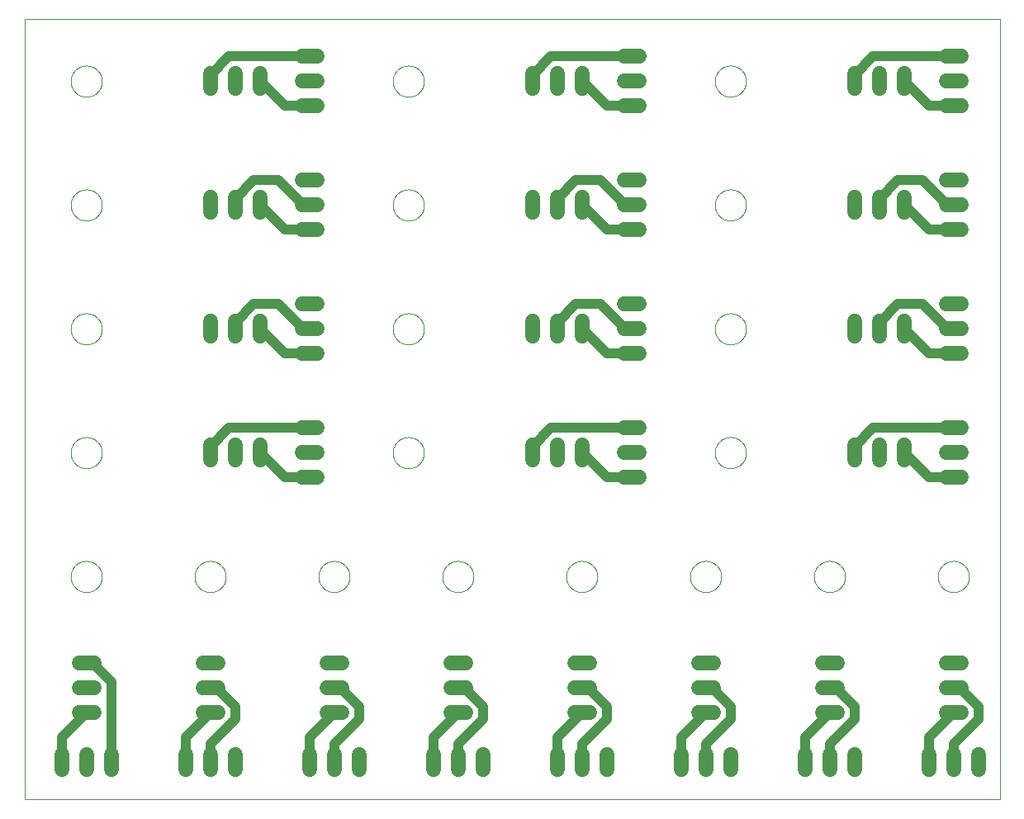
<source format=gtl>
G75*
%MOIN*%
%OFA0B0*%
%FSLAX25Y25*%
%IPPOS*%
%LPD*%
%AMOC8*
5,1,8,0,0,1.08239X$1,22.5*
%
%ADD10C,0.00000*%
%ADD11C,0.06000*%
%ADD12C,0.04000*%
D10*
X0002600Y0002600D02*
X0002600Y0317561D01*
X0396301Y0317561D01*
X0396301Y0002600D01*
X0002600Y0002600D01*
X0021301Y0092600D02*
X0021303Y0092758D01*
X0021309Y0092916D01*
X0021319Y0093074D01*
X0021333Y0093232D01*
X0021351Y0093389D01*
X0021372Y0093546D01*
X0021398Y0093702D01*
X0021428Y0093858D01*
X0021461Y0094013D01*
X0021499Y0094166D01*
X0021540Y0094319D01*
X0021585Y0094471D01*
X0021634Y0094622D01*
X0021687Y0094771D01*
X0021743Y0094919D01*
X0021803Y0095065D01*
X0021867Y0095210D01*
X0021935Y0095353D01*
X0022006Y0095495D01*
X0022080Y0095635D01*
X0022158Y0095772D01*
X0022240Y0095908D01*
X0022324Y0096042D01*
X0022413Y0096173D01*
X0022504Y0096302D01*
X0022599Y0096429D01*
X0022696Y0096554D01*
X0022797Y0096676D01*
X0022901Y0096795D01*
X0023008Y0096912D01*
X0023118Y0097026D01*
X0023231Y0097137D01*
X0023346Y0097246D01*
X0023464Y0097351D01*
X0023585Y0097453D01*
X0023708Y0097553D01*
X0023834Y0097649D01*
X0023962Y0097742D01*
X0024092Y0097832D01*
X0024225Y0097918D01*
X0024360Y0098002D01*
X0024496Y0098081D01*
X0024635Y0098158D01*
X0024776Y0098230D01*
X0024918Y0098300D01*
X0025062Y0098365D01*
X0025208Y0098427D01*
X0025355Y0098485D01*
X0025504Y0098540D01*
X0025654Y0098591D01*
X0025805Y0098638D01*
X0025957Y0098681D01*
X0026110Y0098720D01*
X0026265Y0098756D01*
X0026420Y0098787D01*
X0026576Y0098815D01*
X0026732Y0098839D01*
X0026889Y0098859D01*
X0027047Y0098875D01*
X0027204Y0098887D01*
X0027363Y0098895D01*
X0027521Y0098899D01*
X0027679Y0098899D01*
X0027837Y0098895D01*
X0027996Y0098887D01*
X0028153Y0098875D01*
X0028311Y0098859D01*
X0028468Y0098839D01*
X0028624Y0098815D01*
X0028780Y0098787D01*
X0028935Y0098756D01*
X0029090Y0098720D01*
X0029243Y0098681D01*
X0029395Y0098638D01*
X0029546Y0098591D01*
X0029696Y0098540D01*
X0029845Y0098485D01*
X0029992Y0098427D01*
X0030138Y0098365D01*
X0030282Y0098300D01*
X0030424Y0098230D01*
X0030565Y0098158D01*
X0030704Y0098081D01*
X0030840Y0098002D01*
X0030975Y0097918D01*
X0031108Y0097832D01*
X0031238Y0097742D01*
X0031366Y0097649D01*
X0031492Y0097553D01*
X0031615Y0097453D01*
X0031736Y0097351D01*
X0031854Y0097246D01*
X0031969Y0097137D01*
X0032082Y0097026D01*
X0032192Y0096912D01*
X0032299Y0096795D01*
X0032403Y0096676D01*
X0032504Y0096554D01*
X0032601Y0096429D01*
X0032696Y0096302D01*
X0032787Y0096173D01*
X0032876Y0096042D01*
X0032960Y0095908D01*
X0033042Y0095772D01*
X0033120Y0095635D01*
X0033194Y0095495D01*
X0033265Y0095353D01*
X0033333Y0095210D01*
X0033397Y0095065D01*
X0033457Y0094919D01*
X0033513Y0094771D01*
X0033566Y0094622D01*
X0033615Y0094471D01*
X0033660Y0094319D01*
X0033701Y0094166D01*
X0033739Y0094013D01*
X0033772Y0093858D01*
X0033802Y0093702D01*
X0033828Y0093546D01*
X0033849Y0093389D01*
X0033867Y0093232D01*
X0033881Y0093074D01*
X0033891Y0092916D01*
X0033897Y0092758D01*
X0033899Y0092600D01*
X0033897Y0092442D01*
X0033891Y0092284D01*
X0033881Y0092126D01*
X0033867Y0091968D01*
X0033849Y0091811D01*
X0033828Y0091654D01*
X0033802Y0091498D01*
X0033772Y0091342D01*
X0033739Y0091187D01*
X0033701Y0091034D01*
X0033660Y0090881D01*
X0033615Y0090729D01*
X0033566Y0090578D01*
X0033513Y0090429D01*
X0033457Y0090281D01*
X0033397Y0090135D01*
X0033333Y0089990D01*
X0033265Y0089847D01*
X0033194Y0089705D01*
X0033120Y0089565D01*
X0033042Y0089428D01*
X0032960Y0089292D01*
X0032876Y0089158D01*
X0032787Y0089027D01*
X0032696Y0088898D01*
X0032601Y0088771D01*
X0032504Y0088646D01*
X0032403Y0088524D01*
X0032299Y0088405D01*
X0032192Y0088288D01*
X0032082Y0088174D01*
X0031969Y0088063D01*
X0031854Y0087954D01*
X0031736Y0087849D01*
X0031615Y0087747D01*
X0031492Y0087647D01*
X0031366Y0087551D01*
X0031238Y0087458D01*
X0031108Y0087368D01*
X0030975Y0087282D01*
X0030840Y0087198D01*
X0030704Y0087119D01*
X0030565Y0087042D01*
X0030424Y0086970D01*
X0030282Y0086900D01*
X0030138Y0086835D01*
X0029992Y0086773D01*
X0029845Y0086715D01*
X0029696Y0086660D01*
X0029546Y0086609D01*
X0029395Y0086562D01*
X0029243Y0086519D01*
X0029090Y0086480D01*
X0028935Y0086444D01*
X0028780Y0086413D01*
X0028624Y0086385D01*
X0028468Y0086361D01*
X0028311Y0086341D01*
X0028153Y0086325D01*
X0027996Y0086313D01*
X0027837Y0086305D01*
X0027679Y0086301D01*
X0027521Y0086301D01*
X0027363Y0086305D01*
X0027204Y0086313D01*
X0027047Y0086325D01*
X0026889Y0086341D01*
X0026732Y0086361D01*
X0026576Y0086385D01*
X0026420Y0086413D01*
X0026265Y0086444D01*
X0026110Y0086480D01*
X0025957Y0086519D01*
X0025805Y0086562D01*
X0025654Y0086609D01*
X0025504Y0086660D01*
X0025355Y0086715D01*
X0025208Y0086773D01*
X0025062Y0086835D01*
X0024918Y0086900D01*
X0024776Y0086970D01*
X0024635Y0087042D01*
X0024496Y0087119D01*
X0024360Y0087198D01*
X0024225Y0087282D01*
X0024092Y0087368D01*
X0023962Y0087458D01*
X0023834Y0087551D01*
X0023708Y0087647D01*
X0023585Y0087747D01*
X0023464Y0087849D01*
X0023346Y0087954D01*
X0023231Y0088063D01*
X0023118Y0088174D01*
X0023008Y0088288D01*
X0022901Y0088405D01*
X0022797Y0088524D01*
X0022696Y0088646D01*
X0022599Y0088771D01*
X0022504Y0088898D01*
X0022413Y0089027D01*
X0022324Y0089158D01*
X0022240Y0089292D01*
X0022158Y0089428D01*
X0022080Y0089565D01*
X0022006Y0089705D01*
X0021935Y0089847D01*
X0021867Y0089990D01*
X0021803Y0090135D01*
X0021743Y0090281D01*
X0021687Y0090429D01*
X0021634Y0090578D01*
X0021585Y0090729D01*
X0021540Y0090881D01*
X0021499Y0091034D01*
X0021461Y0091187D01*
X0021428Y0091342D01*
X0021398Y0091498D01*
X0021372Y0091654D01*
X0021351Y0091811D01*
X0021333Y0091968D01*
X0021319Y0092126D01*
X0021309Y0092284D01*
X0021303Y0092442D01*
X0021301Y0092600D01*
X0071301Y0092600D02*
X0071303Y0092758D01*
X0071309Y0092916D01*
X0071319Y0093074D01*
X0071333Y0093232D01*
X0071351Y0093389D01*
X0071372Y0093546D01*
X0071398Y0093702D01*
X0071428Y0093858D01*
X0071461Y0094013D01*
X0071499Y0094166D01*
X0071540Y0094319D01*
X0071585Y0094471D01*
X0071634Y0094622D01*
X0071687Y0094771D01*
X0071743Y0094919D01*
X0071803Y0095065D01*
X0071867Y0095210D01*
X0071935Y0095353D01*
X0072006Y0095495D01*
X0072080Y0095635D01*
X0072158Y0095772D01*
X0072240Y0095908D01*
X0072324Y0096042D01*
X0072413Y0096173D01*
X0072504Y0096302D01*
X0072599Y0096429D01*
X0072696Y0096554D01*
X0072797Y0096676D01*
X0072901Y0096795D01*
X0073008Y0096912D01*
X0073118Y0097026D01*
X0073231Y0097137D01*
X0073346Y0097246D01*
X0073464Y0097351D01*
X0073585Y0097453D01*
X0073708Y0097553D01*
X0073834Y0097649D01*
X0073962Y0097742D01*
X0074092Y0097832D01*
X0074225Y0097918D01*
X0074360Y0098002D01*
X0074496Y0098081D01*
X0074635Y0098158D01*
X0074776Y0098230D01*
X0074918Y0098300D01*
X0075062Y0098365D01*
X0075208Y0098427D01*
X0075355Y0098485D01*
X0075504Y0098540D01*
X0075654Y0098591D01*
X0075805Y0098638D01*
X0075957Y0098681D01*
X0076110Y0098720D01*
X0076265Y0098756D01*
X0076420Y0098787D01*
X0076576Y0098815D01*
X0076732Y0098839D01*
X0076889Y0098859D01*
X0077047Y0098875D01*
X0077204Y0098887D01*
X0077363Y0098895D01*
X0077521Y0098899D01*
X0077679Y0098899D01*
X0077837Y0098895D01*
X0077996Y0098887D01*
X0078153Y0098875D01*
X0078311Y0098859D01*
X0078468Y0098839D01*
X0078624Y0098815D01*
X0078780Y0098787D01*
X0078935Y0098756D01*
X0079090Y0098720D01*
X0079243Y0098681D01*
X0079395Y0098638D01*
X0079546Y0098591D01*
X0079696Y0098540D01*
X0079845Y0098485D01*
X0079992Y0098427D01*
X0080138Y0098365D01*
X0080282Y0098300D01*
X0080424Y0098230D01*
X0080565Y0098158D01*
X0080704Y0098081D01*
X0080840Y0098002D01*
X0080975Y0097918D01*
X0081108Y0097832D01*
X0081238Y0097742D01*
X0081366Y0097649D01*
X0081492Y0097553D01*
X0081615Y0097453D01*
X0081736Y0097351D01*
X0081854Y0097246D01*
X0081969Y0097137D01*
X0082082Y0097026D01*
X0082192Y0096912D01*
X0082299Y0096795D01*
X0082403Y0096676D01*
X0082504Y0096554D01*
X0082601Y0096429D01*
X0082696Y0096302D01*
X0082787Y0096173D01*
X0082876Y0096042D01*
X0082960Y0095908D01*
X0083042Y0095772D01*
X0083120Y0095635D01*
X0083194Y0095495D01*
X0083265Y0095353D01*
X0083333Y0095210D01*
X0083397Y0095065D01*
X0083457Y0094919D01*
X0083513Y0094771D01*
X0083566Y0094622D01*
X0083615Y0094471D01*
X0083660Y0094319D01*
X0083701Y0094166D01*
X0083739Y0094013D01*
X0083772Y0093858D01*
X0083802Y0093702D01*
X0083828Y0093546D01*
X0083849Y0093389D01*
X0083867Y0093232D01*
X0083881Y0093074D01*
X0083891Y0092916D01*
X0083897Y0092758D01*
X0083899Y0092600D01*
X0083897Y0092442D01*
X0083891Y0092284D01*
X0083881Y0092126D01*
X0083867Y0091968D01*
X0083849Y0091811D01*
X0083828Y0091654D01*
X0083802Y0091498D01*
X0083772Y0091342D01*
X0083739Y0091187D01*
X0083701Y0091034D01*
X0083660Y0090881D01*
X0083615Y0090729D01*
X0083566Y0090578D01*
X0083513Y0090429D01*
X0083457Y0090281D01*
X0083397Y0090135D01*
X0083333Y0089990D01*
X0083265Y0089847D01*
X0083194Y0089705D01*
X0083120Y0089565D01*
X0083042Y0089428D01*
X0082960Y0089292D01*
X0082876Y0089158D01*
X0082787Y0089027D01*
X0082696Y0088898D01*
X0082601Y0088771D01*
X0082504Y0088646D01*
X0082403Y0088524D01*
X0082299Y0088405D01*
X0082192Y0088288D01*
X0082082Y0088174D01*
X0081969Y0088063D01*
X0081854Y0087954D01*
X0081736Y0087849D01*
X0081615Y0087747D01*
X0081492Y0087647D01*
X0081366Y0087551D01*
X0081238Y0087458D01*
X0081108Y0087368D01*
X0080975Y0087282D01*
X0080840Y0087198D01*
X0080704Y0087119D01*
X0080565Y0087042D01*
X0080424Y0086970D01*
X0080282Y0086900D01*
X0080138Y0086835D01*
X0079992Y0086773D01*
X0079845Y0086715D01*
X0079696Y0086660D01*
X0079546Y0086609D01*
X0079395Y0086562D01*
X0079243Y0086519D01*
X0079090Y0086480D01*
X0078935Y0086444D01*
X0078780Y0086413D01*
X0078624Y0086385D01*
X0078468Y0086361D01*
X0078311Y0086341D01*
X0078153Y0086325D01*
X0077996Y0086313D01*
X0077837Y0086305D01*
X0077679Y0086301D01*
X0077521Y0086301D01*
X0077363Y0086305D01*
X0077204Y0086313D01*
X0077047Y0086325D01*
X0076889Y0086341D01*
X0076732Y0086361D01*
X0076576Y0086385D01*
X0076420Y0086413D01*
X0076265Y0086444D01*
X0076110Y0086480D01*
X0075957Y0086519D01*
X0075805Y0086562D01*
X0075654Y0086609D01*
X0075504Y0086660D01*
X0075355Y0086715D01*
X0075208Y0086773D01*
X0075062Y0086835D01*
X0074918Y0086900D01*
X0074776Y0086970D01*
X0074635Y0087042D01*
X0074496Y0087119D01*
X0074360Y0087198D01*
X0074225Y0087282D01*
X0074092Y0087368D01*
X0073962Y0087458D01*
X0073834Y0087551D01*
X0073708Y0087647D01*
X0073585Y0087747D01*
X0073464Y0087849D01*
X0073346Y0087954D01*
X0073231Y0088063D01*
X0073118Y0088174D01*
X0073008Y0088288D01*
X0072901Y0088405D01*
X0072797Y0088524D01*
X0072696Y0088646D01*
X0072599Y0088771D01*
X0072504Y0088898D01*
X0072413Y0089027D01*
X0072324Y0089158D01*
X0072240Y0089292D01*
X0072158Y0089428D01*
X0072080Y0089565D01*
X0072006Y0089705D01*
X0071935Y0089847D01*
X0071867Y0089990D01*
X0071803Y0090135D01*
X0071743Y0090281D01*
X0071687Y0090429D01*
X0071634Y0090578D01*
X0071585Y0090729D01*
X0071540Y0090881D01*
X0071499Y0091034D01*
X0071461Y0091187D01*
X0071428Y0091342D01*
X0071398Y0091498D01*
X0071372Y0091654D01*
X0071351Y0091811D01*
X0071333Y0091968D01*
X0071319Y0092126D01*
X0071309Y0092284D01*
X0071303Y0092442D01*
X0071301Y0092600D01*
X0121301Y0092600D02*
X0121303Y0092758D01*
X0121309Y0092916D01*
X0121319Y0093074D01*
X0121333Y0093232D01*
X0121351Y0093389D01*
X0121372Y0093546D01*
X0121398Y0093702D01*
X0121428Y0093858D01*
X0121461Y0094013D01*
X0121499Y0094166D01*
X0121540Y0094319D01*
X0121585Y0094471D01*
X0121634Y0094622D01*
X0121687Y0094771D01*
X0121743Y0094919D01*
X0121803Y0095065D01*
X0121867Y0095210D01*
X0121935Y0095353D01*
X0122006Y0095495D01*
X0122080Y0095635D01*
X0122158Y0095772D01*
X0122240Y0095908D01*
X0122324Y0096042D01*
X0122413Y0096173D01*
X0122504Y0096302D01*
X0122599Y0096429D01*
X0122696Y0096554D01*
X0122797Y0096676D01*
X0122901Y0096795D01*
X0123008Y0096912D01*
X0123118Y0097026D01*
X0123231Y0097137D01*
X0123346Y0097246D01*
X0123464Y0097351D01*
X0123585Y0097453D01*
X0123708Y0097553D01*
X0123834Y0097649D01*
X0123962Y0097742D01*
X0124092Y0097832D01*
X0124225Y0097918D01*
X0124360Y0098002D01*
X0124496Y0098081D01*
X0124635Y0098158D01*
X0124776Y0098230D01*
X0124918Y0098300D01*
X0125062Y0098365D01*
X0125208Y0098427D01*
X0125355Y0098485D01*
X0125504Y0098540D01*
X0125654Y0098591D01*
X0125805Y0098638D01*
X0125957Y0098681D01*
X0126110Y0098720D01*
X0126265Y0098756D01*
X0126420Y0098787D01*
X0126576Y0098815D01*
X0126732Y0098839D01*
X0126889Y0098859D01*
X0127047Y0098875D01*
X0127204Y0098887D01*
X0127363Y0098895D01*
X0127521Y0098899D01*
X0127679Y0098899D01*
X0127837Y0098895D01*
X0127996Y0098887D01*
X0128153Y0098875D01*
X0128311Y0098859D01*
X0128468Y0098839D01*
X0128624Y0098815D01*
X0128780Y0098787D01*
X0128935Y0098756D01*
X0129090Y0098720D01*
X0129243Y0098681D01*
X0129395Y0098638D01*
X0129546Y0098591D01*
X0129696Y0098540D01*
X0129845Y0098485D01*
X0129992Y0098427D01*
X0130138Y0098365D01*
X0130282Y0098300D01*
X0130424Y0098230D01*
X0130565Y0098158D01*
X0130704Y0098081D01*
X0130840Y0098002D01*
X0130975Y0097918D01*
X0131108Y0097832D01*
X0131238Y0097742D01*
X0131366Y0097649D01*
X0131492Y0097553D01*
X0131615Y0097453D01*
X0131736Y0097351D01*
X0131854Y0097246D01*
X0131969Y0097137D01*
X0132082Y0097026D01*
X0132192Y0096912D01*
X0132299Y0096795D01*
X0132403Y0096676D01*
X0132504Y0096554D01*
X0132601Y0096429D01*
X0132696Y0096302D01*
X0132787Y0096173D01*
X0132876Y0096042D01*
X0132960Y0095908D01*
X0133042Y0095772D01*
X0133120Y0095635D01*
X0133194Y0095495D01*
X0133265Y0095353D01*
X0133333Y0095210D01*
X0133397Y0095065D01*
X0133457Y0094919D01*
X0133513Y0094771D01*
X0133566Y0094622D01*
X0133615Y0094471D01*
X0133660Y0094319D01*
X0133701Y0094166D01*
X0133739Y0094013D01*
X0133772Y0093858D01*
X0133802Y0093702D01*
X0133828Y0093546D01*
X0133849Y0093389D01*
X0133867Y0093232D01*
X0133881Y0093074D01*
X0133891Y0092916D01*
X0133897Y0092758D01*
X0133899Y0092600D01*
X0133897Y0092442D01*
X0133891Y0092284D01*
X0133881Y0092126D01*
X0133867Y0091968D01*
X0133849Y0091811D01*
X0133828Y0091654D01*
X0133802Y0091498D01*
X0133772Y0091342D01*
X0133739Y0091187D01*
X0133701Y0091034D01*
X0133660Y0090881D01*
X0133615Y0090729D01*
X0133566Y0090578D01*
X0133513Y0090429D01*
X0133457Y0090281D01*
X0133397Y0090135D01*
X0133333Y0089990D01*
X0133265Y0089847D01*
X0133194Y0089705D01*
X0133120Y0089565D01*
X0133042Y0089428D01*
X0132960Y0089292D01*
X0132876Y0089158D01*
X0132787Y0089027D01*
X0132696Y0088898D01*
X0132601Y0088771D01*
X0132504Y0088646D01*
X0132403Y0088524D01*
X0132299Y0088405D01*
X0132192Y0088288D01*
X0132082Y0088174D01*
X0131969Y0088063D01*
X0131854Y0087954D01*
X0131736Y0087849D01*
X0131615Y0087747D01*
X0131492Y0087647D01*
X0131366Y0087551D01*
X0131238Y0087458D01*
X0131108Y0087368D01*
X0130975Y0087282D01*
X0130840Y0087198D01*
X0130704Y0087119D01*
X0130565Y0087042D01*
X0130424Y0086970D01*
X0130282Y0086900D01*
X0130138Y0086835D01*
X0129992Y0086773D01*
X0129845Y0086715D01*
X0129696Y0086660D01*
X0129546Y0086609D01*
X0129395Y0086562D01*
X0129243Y0086519D01*
X0129090Y0086480D01*
X0128935Y0086444D01*
X0128780Y0086413D01*
X0128624Y0086385D01*
X0128468Y0086361D01*
X0128311Y0086341D01*
X0128153Y0086325D01*
X0127996Y0086313D01*
X0127837Y0086305D01*
X0127679Y0086301D01*
X0127521Y0086301D01*
X0127363Y0086305D01*
X0127204Y0086313D01*
X0127047Y0086325D01*
X0126889Y0086341D01*
X0126732Y0086361D01*
X0126576Y0086385D01*
X0126420Y0086413D01*
X0126265Y0086444D01*
X0126110Y0086480D01*
X0125957Y0086519D01*
X0125805Y0086562D01*
X0125654Y0086609D01*
X0125504Y0086660D01*
X0125355Y0086715D01*
X0125208Y0086773D01*
X0125062Y0086835D01*
X0124918Y0086900D01*
X0124776Y0086970D01*
X0124635Y0087042D01*
X0124496Y0087119D01*
X0124360Y0087198D01*
X0124225Y0087282D01*
X0124092Y0087368D01*
X0123962Y0087458D01*
X0123834Y0087551D01*
X0123708Y0087647D01*
X0123585Y0087747D01*
X0123464Y0087849D01*
X0123346Y0087954D01*
X0123231Y0088063D01*
X0123118Y0088174D01*
X0123008Y0088288D01*
X0122901Y0088405D01*
X0122797Y0088524D01*
X0122696Y0088646D01*
X0122599Y0088771D01*
X0122504Y0088898D01*
X0122413Y0089027D01*
X0122324Y0089158D01*
X0122240Y0089292D01*
X0122158Y0089428D01*
X0122080Y0089565D01*
X0122006Y0089705D01*
X0121935Y0089847D01*
X0121867Y0089990D01*
X0121803Y0090135D01*
X0121743Y0090281D01*
X0121687Y0090429D01*
X0121634Y0090578D01*
X0121585Y0090729D01*
X0121540Y0090881D01*
X0121499Y0091034D01*
X0121461Y0091187D01*
X0121428Y0091342D01*
X0121398Y0091498D01*
X0121372Y0091654D01*
X0121351Y0091811D01*
X0121333Y0091968D01*
X0121319Y0092126D01*
X0121309Y0092284D01*
X0121303Y0092442D01*
X0121301Y0092600D01*
X0171301Y0092600D02*
X0171303Y0092758D01*
X0171309Y0092916D01*
X0171319Y0093074D01*
X0171333Y0093232D01*
X0171351Y0093389D01*
X0171372Y0093546D01*
X0171398Y0093702D01*
X0171428Y0093858D01*
X0171461Y0094013D01*
X0171499Y0094166D01*
X0171540Y0094319D01*
X0171585Y0094471D01*
X0171634Y0094622D01*
X0171687Y0094771D01*
X0171743Y0094919D01*
X0171803Y0095065D01*
X0171867Y0095210D01*
X0171935Y0095353D01*
X0172006Y0095495D01*
X0172080Y0095635D01*
X0172158Y0095772D01*
X0172240Y0095908D01*
X0172324Y0096042D01*
X0172413Y0096173D01*
X0172504Y0096302D01*
X0172599Y0096429D01*
X0172696Y0096554D01*
X0172797Y0096676D01*
X0172901Y0096795D01*
X0173008Y0096912D01*
X0173118Y0097026D01*
X0173231Y0097137D01*
X0173346Y0097246D01*
X0173464Y0097351D01*
X0173585Y0097453D01*
X0173708Y0097553D01*
X0173834Y0097649D01*
X0173962Y0097742D01*
X0174092Y0097832D01*
X0174225Y0097918D01*
X0174360Y0098002D01*
X0174496Y0098081D01*
X0174635Y0098158D01*
X0174776Y0098230D01*
X0174918Y0098300D01*
X0175062Y0098365D01*
X0175208Y0098427D01*
X0175355Y0098485D01*
X0175504Y0098540D01*
X0175654Y0098591D01*
X0175805Y0098638D01*
X0175957Y0098681D01*
X0176110Y0098720D01*
X0176265Y0098756D01*
X0176420Y0098787D01*
X0176576Y0098815D01*
X0176732Y0098839D01*
X0176889Y0098859D01*
X0177047Y0098875D01*
X0177204Y0098887D01*
X0177363Y0098895D01*
X0177521Y0098899D01*
X0177679Y0098899D01*
X0177837Y0098895D01*
X0177996Y0098887D01*
X0178153Y0098875D01*
X0178311Y0098859D01*
X0178468Y0098839D01*
X0178624Y0098815D01*
X0178780Y0098787D01*
X0178935Y0098756D01*
X0179090Y0098720D01*
X0179243Y0098681D01*
X0179395Y0098638D01*
X0179546Y0098591D01*
X0179696Y0098540D01*
X0179845Y0098485D01*
X0179992Y0098427D01*
X0180138Y0098365D01*
X0180282Y0098300D01*
X0180424Y0098230D01*
X0180565Y0098158D01*
X0180704Y0098081D01*
X0180840Y0098002D01*
X0180975Y0097918D01*
X0181108Y0097832D01*
X0181238Y0097742D01*
X0181366Y0097649D01*
X0181492Y0097553D01*
X0181615Y0097453D01*
X0181736Y0097351D01*
X0181854Y0097246D01*
X0181969Y0097137D01*
X0182082Y0097026D01*
X0182192Y0096912D01*
X0182299Y0096795D01*
X0182403Y0096676D01*
X0182504Y0096554D01*
X0182601Y0096429D01*
X0182696Y0096302D01*
X0182787Y0096173D01*
X0182876Y0096042D01*
X0182960Y0095908D01*
X0183042Y0095772D01*
X0183120Y0095635D01*
X0183194Y0095495D01*
X0183265Y0095353D01*
X0183333Y0095210D01*
X0183397Y0095065D01*
X0183457Y0094919D01*
X0183513Y0094771D01*
X0183566Y0094622D01*
X0183615Y0094471D01*
X0183660Y0094319D01*
X0183701Y0094166D01*
X0183739Y0094013D01*
X0183772Y0093858D01*
X0183802Y0093702D01*
X0183828Y0093546D01*
X0183849Y0093389D01*
X0183867Y0093232D01*
X0183881Y0093074D01*
X0183891Y0092916D01*
X0183897Y0092758D01*
X0183899Y0092600D01*
X0183897Y0092442D01*
X0183891Y0092284D01*
X0183881Y0092126D01*
X0183867Y0091968D01*
X0183849Y0091811D01*
X0183828Y0091654D01*
X0183802Y0091498D01*
X0183772Y0091342D01*
X0183739Y0091187D01*
X0183701Y0091034D01*
X0183660Y0090881D01*
X0183615Y0090729D01*
X0183566Y0090578D01*
X0183513Y0090429D01*
X0183457Y0090281D01*
X0183397Y0090135D01*
X0183333Y0089990D01*
X0183265Y0089847D01*
X0183194Y0089705D01*
X0183120Y0089565D01*
X0183042Y0089428D01*
X0182960Y0089292D01*
X0182876Y0089158D01*
X0182787Y0089027D01*
X0182696Y0088898D01*
X0182601Y0088771D01*
X0182504Y0088646D01*
X0182403Y0088524D01*
X0182299Y0088405D01*
X0182192Y0088288D01*
X0182082Y0088174D01*
X0181969Y0088063D01*
X0181854Y0087954D01*
X0181736Y0087849D01*
X0181615Y0087747D01*
X0181492Y0087647D01*
X0181366Y0087551D01*
X0181238Y0087458D01*
X0181108Y0087368D01*
X0180975Y0087282D01*
X0180840Y0087198D01*
X0180704Y0087119D01*
X0180565Y0087042D01*
X0180424Y0086970D01*
X0180282Y0086900D01*
X0180138Y0086835D01*
X0179992Y0086773D01*
X0179845Y0086715D01*
X0179696Y0086660D01*
X0179546Y0086609D01*
X0179395Y0086562D01*
X0179243Y0086519D01*
X0179090Y0086480D01*
X0178935Y0086444D01*
X0178780Y0086413D01*
X0178624Y0086385D01*
X0178468Y0086361D01*
X0178311Y0086341D01*
X0178153Y0086325D01*
X0177996Y0086313D01*
X0177837Y0086305D01*
X0177679Y0086301D01*
X0177521Y0086301D01*
X0177363Y0086305D01*
X0177204Y0086313D01*
X0177047Y0086325D01*
X0176889Y0086341D01*
X0176732Y0086361D01*
X0176576Y0086385D01*
X0176420Y0086413D01*
X0176265Y0086444D01*
X0176110Y0086480D01*
X0175957Y0086519D01*
X0175805Y0086562D01*
X0175654Y0086609D01*
X0175504Y0086660D01*
X0175355Y0086715D01*
X0175208Y0086773D01*
X0175062Y0086835D01*
X0174918Y0086900D01*
X0174776Y0086970D01*
X0174635Y0087042D01*
X0174496Y0087119D01*
X0174360Y0087198D01*
X0174225Y0087282D01*
X0174092Y0087368D01*
X0173962Y0087458D01*
X0173834Y0087551D01*
X0173708Y0087647D01*
X0173585Y0087747D01*
X0173464Y0087849D01*
X0173346Y0087954D01*
X0173231Y0088063D01*
X0173118Y0088174D01*
X0173008Y0088288D01*
X0172901Y0088405D01*
X0172797Y0088524D01*
X0172696Y0088646D01*
X0172599Y0088771D01*
X0172504Y0088898D01*
X0172413Y0089027D01*
X0172324Y0089158D01*
X0172240Y0089292D01*
X0172158Y0089428D01*
X0172080Y0089565D01*
X0172006Y0089705D01*
X0171935Y0089847D01*
X0171867Y0089990D01*
X0171803Y0090135D01*
X0171743Y0090281D01*
X0171687Y0090429D01*
X0171634Y0090578D01*
X0171585Y0090729D01*
X0171540Y0090881D01*
X0171499Y0091034D01*
X0171461Y0091187D01*
X0171428Y0091342D01*
X0171398Y0091498D01*
X0171372Y0091654D01*
X0171351Y0091811D01*
X0171333Y0091968D01*
X0171319Y0092126D01*
X0171309Y0092284D01*
X0171303Y0092442D01*
X0171301Y0092600D01*
X0221301Y0092600D02*
X0221303Y0092758D01*
X0221309Y0092916D01*
X0221319Y0093074D01*
X0221333Y0093232D01*
X0221351Y0093389D01*
X0221372Y0093546D01*
X0221398Y0093702D01*
X0221428Y0093858D01*
X0221461Y0094013D01*
X0221499Y0094166D01*
X0221540Y0094319D01*
X0221585Y0094471D01*
X0221634Y0094622D01*
X0221687Y0094771D01*
X0221743Y0094919D01*
X0221803Y0095065D01*
X0221867Y0095210D01*
X0221935Y0095353D01*
X0222006Y0095495D01*
X0222080Y0095635D01*
X0222158Y0095772D01*
X0222240Y0095908D01*
X0222324Y0096042D01*
X0222413Y0096173D01*
X0222504Y0096302D01*
X0222599Y0096429D01*
X0222696Y0096554D01*
X0222797Y0096676D01*
X0222901Y0096795D01*
X0223008Y0096912D01*
X0223118Y0097026D01*
X0223231Y0097137D01*
X0223346Y0097246D01*
X0223464Y0097351D01*
X0223585Y0097453D01*
X0223708Y0097553D01*
X0223834Y0097649D01*
X0223962Y0097742D01*
X0224092Y0097832D01*
X0224225Y0097918D01*
X0224360Y0098002D01*
X0224496Y0098081D01*
X0224635Y0098158D01*
X0224776Y0098230D01*
X0224918Y0098300D01*
X0225062Y0098365D01*
X0225208Y0098427D01*
X0225355Y0098485D01*
X0225504Y0098540D01*
X0225654Y0098591D01*
X0225805Y0098638D01*
X0225957Y0098681D01*
X0226110Y0098720D01*
X0226265Y0098756D01*
X0226420Y0098787D01*
X0226576Y0098815D01*
X0226732Y0098839D01*
X0226889Y0098859D01*
X0227047Y0098875D01*
X0227204Y0098887D01*
X0227363Y0098895D01*
X0227521Y0098899D01*
X0227679Y0098899D01*
X0227837Y0098895D01*
X0227996Y0098887D01*
X0228153Y0098875D01*
X0228311Y0098859D01*
X0228468Y0098839D01*
X0228624Y0098815D01*
X0228780Y0098787D01*
X0228935Y0098756D01*
X0229090Y0098720D01*
X0229243Y0098681D01*
X0229395Y0098638D01*
X0229546Y0098591D01*
X0229696Y0098540D01*
X0229845Y0098485D01*
X0229992Y0098427D01*
X0230138Y0098365D01*
X0230282Y0098300D01*
X0230424Y0098230D01*
X0230565Y0098158D01*
X0230704Y0098081D01*
X0230840Y0098002D01*
X0230975Y0097918D01*
X0231108Y0097832D01*
X0231238Y0097742D01*
X0231366Y0097649D01*
X0231492Y0097553D01*
X0231615Y0097453D01*
X0231736Y0097351D01*
X0231854Y0097246D01*
X0231969Y0097137D01*
X0232082Y0097026D01*
X0232192Y0096912D01*
X0232299Y0096795D01*
X0232403Y0096676D01*
X0232504Y0096554D01*
X0232601Y0096429D01*
X0232696Y0096302D01*
X0232787Y0096173D01*
X0232876Y0096042D01*
X0232960Y0095908D01*
X0233042Y0095772D01*
X0233120Y0095635D01*
X0233194Y0095495D01*
X0233265Y0095353D01*
X0233333Y0095210D01*
X0233397Y0095065D01*
X0233457Y0094919D01*
X0233513Y0094771D01*
X0233566Y0094622D01*
X0233615Y0094471D01*
X0233660Y0094319D01*
X0233701Y0094166D01*
X0233739Y0094013D01*
X0233772Y0093858D01*
X0233802Y0093702D01*
X0233828Y0093546D01*
X0233849Y0093389D01*
X0233867Y0093232D01*
X0233881Y0093074D01*
X0233891Y0092916D01*
X0233897Y0092758D01*
X0233899Y0092600D01*
X0233897Y0092442D01*
X0233891Y0092284D01*
X0233881Y0092126D01*
X0233867Y0091968D01*
X0233849Y0091811D01*
X0233828Y0091654D01*
X0233802Y0091498D01*
X0233772Y0091342D01*
X0233739Y0091187D01*
X0233701Y0091034D01*
X0233660Y0090881D01*
X0233615Y0090729D01*
X0233566Y0090578D01*
X0233513Y0090429D01*
X0233457Y0090281D01*
X0233397Y0090135D01*
X0233333Y0089990D01*
X0233265Y0089847D01*
X0233194Y0089705D01*
X0233120Y0089565D01*
X0233042Y0089428D01*
X0232960Y0089292D01*
X0232876Y0089158D01*
X0232787Y0089027D01*
X0232696Y0088898D01*
X0232601Y0088771D01*
X0232504Y0088646D01*
X0232403Y0088524D01*
X0232299Y0088405D01*
X0232192Y0088288D01*
X0232082Y0088174D01*
X0231969Y0088063D01*
X0231854Y0087954D01*
X0231736Y0087849D01*
X0231615Y0087747D01*
X0231492Y0087647D01*
X0231366Y0087551D01*
X0231238Y0087458D01*
X0231108Y0087368D01*
X0230975Y0087282D01*
X0230840Y0087198D01*
X0230704Y0087119D01*
X0230565Y0087042D01*
X0230424Y0086970D01*
X0230282Y0086900D01*
X0230138Y0086835D01*
X0229992Y0086773D01*
X0229845Y0086715D01*
X0229696Y0086660D01*
X0229546Y0086609D01*
X0229395Y0086562D01*
X0229243Y0086519D01*
X0229090Y0086480D01*
X0228935Y0086444D01*
X0228780Y0086413D01*
X0228624Y0086385D01*
X0228468Y0086361D01*
X0228311Y0086341D01*
X0228153Y0086325D01*
X0227996Y0086313D01*
X0227837Y0086305D01*
X0227679Y0086301D01*
X0227521Y0086301D01*
X0227363Y0086305D01*
X0227204Y0086313D01*
X0227047Y0086325D01*
X0226889Y0086341D01*
X0226732Y0086361D01*
X0226576Y0086385D01*
X0226420Y0086413D01*
X0226265Y0086444D01*
X0226110Y0086480D01*
X0225957Y0086519D01*
X0225805Y0086562D01*
X0225654Y0086609D01*
X0225504Y0086660D01*
X0225355Y0086715D01*
X0225208Y0086773D01*
X0225062Y0086835D01*
X0224918Y0086900D01*
X0224776Y0086970D01*
X0224635Y0087042D01*
X0224496Y0087119D01*
X0224360Y0087198D01*
X0224225Y0087282D01*
X0224092Y0087368D01*
X0223962Y0087458D01*
X0223834Y0087551D01*
X0223708Y0087647D01*
X0223585Y0087747D01*
X0223464Y0087849D01*
X0223346Y0087954D01*
X0223231Y0088063D01*
X0223118Y0088174D01*
X0223008Y0088288D01*
X0222901Y0088405D01*
X0222797Y0088524D01*
X0222696Y0088646D01*
X0222599Y0088771D01*
X0222504Y0088898D01*
X0222413Y0089027D01*
X0222324Y0089158D01*
X0222240Y0089292D01*
X0222158Y0089428D01*
X0222080Y0089565D01*
X0222006Y0089705D01*
X0221935Y0089847D01*
X0221867Y0089990D01*
X0221803Y0090135D01*
X0221743Y0090281D01*
X0221687Y0090429D01*
X0221634Y0090578D01*
X0221585Y0090729D01*
X0221540Y0090881D01*
X0221499Y0091034D01*
X0221461Y0091187D01*
X0221428Y0091342D01*
X0221398Y0091498D01*
X0221372Y0091654D01*
X0221351Y0091811D01*
X0221333Y0091968D01*
X0221319Y0092126D01*
X0221309Y0092284D01*
X0221303Y0092442D01*
X0221301Y0092600D01*
X0271301Y0092600D02*
X0271303Y0092758D01*
X0271309Y0092916D01*
X0271319Y0093074D01*
X0271333Y0093232D01*
X0271351Y0093389D01*
X0271372Y0093546D01*
X0271398Y0093702D01*
X0271428Y0093858D01*
X0271461Y0094013D01*
X0271499Y0094166D01*
X0271540Y0094319D01*
X0271585Y0094471D01*
X0271634Y0094622D01*
X0271687Y0094771D01*
X0271743Y0094919D01*
X0271803Y0095065D01*
X0271867Y0095210D01*
X0271935Y0095353D01*
X0272006Y0095495D01*
X0272080Y0095635D01*
X0272158Y0095772D01*
X0272240Y0095908D01*
X0272324Y0096042D01*
X0272413Y0096173D01*
X0272504Y0096302D01*
X0272599Y0096429D01*
X0272696Y0096554D01*
X0272797Y0096676D01*
X0272901Y0096795D01*
X0273008Y0096912D01*
X0273118Y0097026D01*
X0273231Y0097137D01*
X0273346Y0097246D01*
X0273464Y0097351D01*
X0273585Y0097453D01*
X0273708Y0097553D01*
X0273834Y0097649D01*
X0273962Y0097742D01*
X0274092Y0097832D01*
X0274225Y0097918D01*
X0274360Y0098002D01*
X0274496Y0098081D01*
X0274635Y0098158D01*
X0274776Y0098230D01*
X0274918Y0098300D01*
X0275062Y0098365D01*
X0275208Y0098427D01*
X0275355Y0098485D01*
X0275504Y0098540D01*
X0275654Y0098591D01*
X0275805Y0098638D01*
X0275957Y0098681D01*
X0276110Y0098720D01*
X0276265Y0098756D01*
X0276420Y0098787D01*
X0276576Y0098815D01*
X0276732Y0098839D01*
X0276889Y0098859D01*
X0277047Y0098875D01*
X0277204Y0098887D01*
X0277363Y0098895D01*
X0277521Y0098899D01*
X0277679Y0098899D01*
X0277837Y0098895D01*
X0277996Y0098887D01*
X0278153Y0098875D01*
X0278311Y0098859D01*
X0278468Y0098839D01*
X0278624Y0098815D01*
X0278780Y0098787D01*
X0278935Y0098756D01*
X0279090Y0098720D01*
X0279243Y0098681D01*
X0279395Y0098638D01*
X0279546Y0098591D01*
X0279696Y0098540D01*
X0279845Y0098485D01*
X0279992Y0098427D01*
X0280138Y0098365D01*
X0280282Y0098300D01*
X0280424Y0098230D01*
X0280565Y0098158D01*
X0280704Y0098081D01*
X0280840Y0098002D01*
X0280975Y0097918D01*
X0281108Y0097832D01*
X0281238Y0097742D01*
X0281366Y0097649D01*
X0281492Y0097553D01*
X0281615Y0097453D01*
X0281736Y0097351D01*
X0281854Y0097246D01*
X0281969Y0097137D01*
X0282082Y0097026D01*
X0282192Y0096912D01*
X0282299Y0096795D01*
X0282403Y0096676D01*
X0282504Y0096554D01*
X0282601Y0096429D01*
X0282696Y0096302D01*
X0282787Y0096173D01*
X0282876Y0096042D01*
X0282960Y0095908D01*
X0283042Y0095772D01*
X0283120Y0095635D01*
X0283194Y0095495D01*
X0283265Y0095353D01*
X0283333Y0095210D01*
X0283397Y0095065D01*
X0283457Y0094919D01*
X0283513Y0094771D01*
X0283566Y0094622D01*
X0283615Y0094471D01*
X0283660Y0094319D01*
X0283701Y0094166D01*
X0283739Y0094013D01*
X0283772Y0093858D01*
X0283802Y0093702D01*
X0283828Y0093546D01*
X0283849Y0093389D01*
X0283867Y0093232D01*
X0283881Y0093074D01*
X0283891Y0092916D01*
X0283897Y0092758D01*
X0283899Y0092600D01*
X0283897Y0092442D01*
X0283891Y0092284D01*
X0283881Y0092126D01*
X0283867Y0091968D01*
X0283849Y0091811D01*
X0283828Y0091654D01*
X0283802Y0091498D01*
X0283772Y0091342D01*
X0283739Y0091187D01*
X0283701Y0091034D01*
X0283660Y0090881D01*
X0283615Y0090729D01*
X0283566Y0090578D01*
X0283513Y0090429D01*
X0283457Y0090281D01*
X0283397Y0090135D01*
X0283333Y0089990D01*
X0283265Y0089847D01*
X0283194Y0089705D01*
X0283120Y0089565D01*
X0283042Y0089428D01*
X0282960Y0089292D01*
X0282876Y0089158D01*
X0282787Y0089027D01*
X0282696Y0088898D01*
X0282601Y0088771D01*
X0282504Y0088646D01*
X0282403Y0088524D01*
X0282299Y0088405D01*
X0282192Y0088288D01*
X0282082Y0088174D01*
X0281969Y0088063D01*
X0281854Y0087954D01*
X0281736Y0087849D01*
X0281615Y0087747D01*
X0281492Y0087647D01*
X0281366Y0087551D01*
X0281238Y0087458D01*
X0281108Y0087368D01*
X0280975Y0087282D01*
X0280840Y0087198D01*
X0280704Y0087119D01*
X0280565Y0087042D01*
X0280424Y0086970D01*
X0280282Y0086900D01*
X0280138Y0086835D01*
X0279992Y0086773D01*
X0279845Y0086715D01*
X0279696Y0086660D01*
X0279546Y0086609D01*
X0279395Y0086562D01*
X0279243Y0086519D01*
X0279090Y0086480D01*
X0278935Y0086444D01*
X0278780Y0086413D01*
X0278624Y0086385D01*
X0278468Y0086361D01*
X0278311Y0086341D01*
X0278153Y0086325D01*
X0277996Y0086313D01*
X0277837Y0086305D01*
X0277679Y0086301D01*
X0277521Y0086301D01*
X0277363Y0086305D01*
X0277204Y0086313D01*
X0277047Y0086325D01*
X0276889Y0086341D01*
X0276732Y0086361D01*
X0276576Y0086385D01*
X0276420Y0086413D01*
X0276265Y0086444D01*
X0276110Y0086480D01*
X0275957Y0086519D01*
X0275805Y0086562D01*
X0275654Y0086609D01*
X0275504Y0086660D01*
X0275355Y0086715D01*
X0275208Y0086773D01*
X0275062Y0086835D01*
X0274918Y0086900D01*
X0274776Y0086970D01*
X0274635Y0087042D01*
X0274496Y0087119D01*
X0274360Y0087198D01*
X0274225Y0087282D01*
X0274092Y0087368D01*
X0273962Y0087458D01*
X0273834Y0087551D01*
X0273708Y0087647D01*
X0273585Y0087747D01*
X0273464Y0087849D01*
X0273346Y0087954D01*
X0273231Y0088063D01*
X0273118Y0088174D01*
X0273008Y0088288D01*
X0272901Y0088405D01*
X0272797Y0088524D01*
X0272696Y0088646D01*
X0272599Y0088771D01*
X0272504Y0088898D01*
X0272413Y0089027D01*
X0272324Y0089158D01*
X0272240Y0089292D01*
X0272158Y0089428D01*
X0272080Y0089565D01*
X0272006Y0089705D01*
X0271935Y0089847D01*
X0271867Y0089990D01*
X0271803Y0090135D01*
X0271743Y0090281D01*
X0271687Y0090429D01*
X0271634Y0090578D01*
X0271585Y0090729D01*
X0271540Y0090881D01*
X0271499Y0091034D01*
X0271461Y0091187D01*
X0271428Y0091342D01*
X0271398Y0091498D01*
X0271372Y0091654D01*
X0271351Y0091811D01*
X0271333Y0091968D01*
X0271319Y0092126D01*
X0271309Y0092284D01*
X0271303Y0092442D01*
X0271301Y0092600D01*
X0321301Y0092600D02*
X0321303Y0092758D01*
X0321309Y0092916D01*
X0321319Y0093074D01*
X0321333Y0093232D01*
X0321351Y0093389D01*
X0321372Y0093546D01*
X0321398Y0093702D01*
X0321428Y0093858D01*
X0321461Y0094013D01*
X0321499Y0094166D01*
X0321540Y0094319D01*
X0321585Y0094471D01*
X0321634Y0094622D01*
X0321687Y0094771D01*
X0321743Y0094919D01*
X0321803Y0095065D01*
X0321867Y0095210D01*
X0321935Y0095353D01*
X0322006Y0095495D01*
X0322080Y0095635D01*
X0322158Y0095772D01*
X0322240Y0095908D01*
X0322324Y0096042D01*
X0322413Y0096173D01*
X0322504Y0096302D01*
X0322599Y0096429D01*
X0322696Y0096554D01*
X0322797Y0096676D01*
X0322901Y0096795D01*
X0323008Y0096912D01*
X0323118Y0097026D01*
X0323231Y0097137D01*
X0323346Y0097246D01*
X0323464Y0097351D01*
X0323585Y0097453D01*
X0323708Y0097553D01*
X0323834Y0097649D01*
X0323962Y0097742D01*
X0324092Y0097832D01*
X0324225Y0097918D01*
X0324360Y0098002D01*
X0324496Y0098081D01*
X0324635Y0098158D01*
X0324776Y0098230D01*
X0324918Y0098300D01*
X0325062Y0098365D01*
X0325208Y0098427D01*
X0325355Y0098485D01*
X0325504Y0098540D01*
X0325654Y0098591D01*
X0325805Y0098638D01*
X0325957Y0098681D01*
X0326110Y0098720D01*
X0326265Y0098756D01*
X0326420Y0098787D01*
X0326576Y0098815D01*
X0326732Y0098839D01*
X0326889Y0098859D01*
X0327047Y0098875D01*
X0327204Y0098887D01*
X0327363Y0098895D01*
X0327521Y0098899D01*
X0327679Y0098899D01*
X0327837Y0098895D01*
X0327996Y0098887D01*
X0328153Y0098875D01*
X0328311Y0098859D01*
X0328468Y0098839D01*
X0328624Y0098815D01*
X0328780Y0098787D01*
X0328935Y0098756D01*
X0329090Y0098720D01*
X0329243Y0098681D01*
X0329395Y0098638D01*
X0329546Y0098591D01*
X0329696Y0098540D01*
X0329845Y0098485D01*
X0329992Y0098427D01*
X0330138Y0098365D01*
X0330282Y0098300D01*
X0330424Y0098230D01*
X0330565Y0098158D01*
X0330704Y0098081D01*
X0330840Y0098002D01*
X0330975Y0097918D01*
X0331108Y0097832D01*
X0331238Y0097742D01*
X0331366Y0097649D01*
X0331492Y0097553D01*
X0331615Y0097453D01*
X0331736Y0097351D01*
X0331854Y0097246D01*
X0331969Y0097137D01*
X0332082Y0097026D01*
X0332192Y0096912D01*
X0332299Y0096795D01*
X0332403Y0096676D01*
X0332504Y0096554D01*
X0332601Y0096429D01*
X0332696Y0096302D01*
X0332787Y0096173D01*
X0332876Y0096042D01*
X0332960Y0095908D01*
X0333042Y0095772D01*
X0333120Y0095635D01*
X0333194Y0095495D01*
X0333265Y0095353D01*
X0333333Y0095210D01*
X0333397Y0095065D01*
X0333457Y0094919D01*
X0333513Y0094771D01*
X0333566Y0094622D01*
X0333615Y0094471D01*
X0333660Y0094319D01*
X0333701Y0094166D01*
X0333739Y0094013D01*
X0333772Y0093858D01*
X0333802Y0093702D01*
X0333828Y0093546D01*
X0333849Y0093389D01*
X0333867Y0093232D01*
X0333881Y0093074D01*
X0333891Y0092916D01*
X0333897Y0092758D01*
X0333899Y0092600D01*
X0333897Y0092442D01*
X0333891Y0092284D01*
X0333881Y0092126D01*
X0333867Y0091968D01*
X0333849Y0091811D01*
X0333828Y0091654D01*
X0333802Y0091498D01*
X0333772Y0091342D01*
X0333739Y0091187D01*
X0333701Y0091034D01*
X0333660Y0090881D01*
X0333615Y0090729D01*
X0333566Y0090578D01*
X0333513Y0090429D01*
X0333457Y0090281D01*
X0333397Y0090135D01*
X0333333Y0089990D01*
X0333265Y0089847D01*
X0333194Y0089705D01*
X0333120Y0089565D01*
X0333042Y0089428D01*
X0332960Y0089292D01*
X0332876Y0089158D01*
X0332787Y0089027D01*
X0332696Y0088898D01*
X0332601Y0088771D01*
X0332504Y0088646D01*
X0332403Y0088524D01*
X0332299Y0088405D01*
X0332192Y0088288D01*
X0332082Y0088174D01*
X0331969Y0088063D01*
X0331854Y0087954D01*
X0331736Y0087849D01*
X0331615Y0087747D01*
X0331492Y0087647D01*
X0331366Y0087551D01*
X0331238Y0087458D01*
X0331108Y0087368D01*
X0330975Y0087282D01*
X0330840Y0087198D01*
X0330704Y0087119D01*
X0330565Y0087042D01*
X0330424Y0086970D01*
X0330282Y0086900D01*
X0330138Y0086835D01*
X0329992Y0086773D01*
X0329845Y0086715D01*
X0329696Y0086660D01*
X0329546Y0086609D01*
X0329395Y0086562D01*
X0329243Y0086519D01*
X0329090Y0086480D01*
X0328935Y0086444D01*
X0328780Y0086413D01*
X0328624Y0086385D01*
X0328468Y0086361D01*
X0328311Y0086341D01*
X0328153Y0086325D01*
X0327996Y0086313D01*
X0327837Y0086305D01*
X0327679Y0086301D01*
X0327521Y0086301D01*
X0327363Y0086305D01*
X0327204Y0086313D01*
X0327047Y0086325D01*
X0326889Y0086341D01*
X0326732Y0086361D01*
X0326576Y0086385D01*
X0326420Y0086413D01*
X0326265Y0086444D01*
X0326110Y0086480D01*
X0325957Y0086519D01*
X0325805Y0086562D01*
X0325654Y0086609D01*
X0325504Y0086660D01*
X0325355Y0086715D01*
X0325208Y0086773D01*
X0325062Y0086835D01*
X0324918Y0086900D01*
X0324776Y0086970D01*
X0324635Y0087042D01*
X0324496Y0087119D01*
X0324360Y0087198D01*
X0324225Y0087282D01*
X0324092Y0087368D01*
X0323962Y0087458D01*
X0323834Y0087551D01*
X0323708Y0087647D01*
X0323585Y0087747D01*
X0323464Y0087849D01*
X0323346Y0087954D01*
X0323231Y0088063D01*
X0323118Y0088174D01*
X0323008Y0088288D01*
X0322901Y0088405D01*
X0322797Y0088524D01*
X0322696Y0088646D01*
X0322599Y0088771D01*
X0322504Y0088898D01*
X0322413Y0089027D01*
X0322324Y0089158D01*
X0322240Y0089292D01*
X0322158Y0089428D01*
X0322080Y0089565D01*
X0322006Y0089705D01*
X0321935Y0089847D01*
X0321867Y0089990D01*
X0321803Y0090135D01*
X0321743Y0090281D01*
X0321687Y0090429D01*
X0321634Y0090578D01*
X0321585Y0090729D01*
X0321540Y0090881D01*
X0321499Y0091034D01*
X0321461Y0091187D01*
X0321428Y0091342D01*
X0321398Y0091498D01*
X0321372Y0091654D01*
X0321351Y0091811D01*
X0321333Y0091968D01*
X0321319Y0092126D01*
X0321309Y0092284D01*
X0321303Y0092442D01*
X0321301Y0092600D01*
X0371301Y0092600D02*
X0371303Y0092758D01*
X0371309Y0092916D01*
X0371319Y0093074D01*
X0371333Y0093232D01*
X0371351Y0093389D01*
X0371372Y0093546D01*
X0371398Y0093702D01*
X0371428Y0093858D01*
X0371461Y0094013D01*
X0371499Y0094166D01*
X0371540Y0094319D01*
X0371585Y0094471D01*
X0371634Y0094622D01*
X0371687Y0094771D01*
X0371743Y0094919D01*
X0371803Y0095065D01*
X0371867Y0095210D01*
X0371935Y0095353D01*
X0372006Y0095495D01*
X0372080Y0095635D01*
X0372158Y0095772D01*
X0372240Y0095908D01*
X0372324Y0096042D01*
X0372413Y0096173D01*
X0372504Y0096302D01*
X0372599Y0096429D01*
X0372696Y0096554D01*
X0372797Y0096676D01*
X0372901Y0096795D01*
X0373008Y0096912D01*
X0373118Y0097026D01*
X0373231Y0097137D01*
X0373346Y0097246D01*
X0373464Y0097351D01*
X0373585Y0097453D01*
X0373708Y0097553D01*
X0373834Y0097649D01*
X0373962Y0097742D01*
X0374092Y0097832D01*
X0374225Y0097918D01*
X0374360Y0098002D01*
X0374496Y0098081D01*
X0374635Y0098158D01*
X0374776Y0098230D01*
X0374918Y0098300D01*
X0375062Y0098365D01*
X0375208Y0098427D01*
X0375355Y0098485D01*
X0375504Y0098540D01*
X0375654Y0098591D01*
X0375805Y0098638D01*
X0375957Y0098681D01*
X0376110Y0098720D01*
X0376265Y0098756D01*
X0376420Y0098787D01*
X0376576Y0098815D01*
X0376732Y0098839D01*
X0376889Y0098859D01*
X0377047Y0098875D01*
X0377204Y0098887D01*
X0377363Y0098895D01*
X0377521Y0098899D01*
X0377679Y0098899D01*
X0377837Y0098895D01*
X0377996Y0098887D01*
X0378153Y0098875D01*
X0378311Y0098859D01*
X0378468Y0098839D01*
X0378624Y0098815D01*
X0378780Y0098787D01*
X0378935Y0098756D01*
X0379090Y0098720D01*
X0379243Y0098681D01*
X0379395Y0098638D01*
X0379546Y0098591D01*
X0379696Y0098540D01*
X0379845Y0098485D01*
X0379992Y0098427D01*
X0380138Y0098365D01*
X0380282Y0098300D01*
X0380424Y0098230D01*
X0380565Y0098158D01*
X0380704Y0098081D01*
X0380840Y0098002D01*
X0380975Y0097918D01*
X0381108Y0097832D01*
X0381238Y0097742D01*
X0381366Y0097649D01*
X0381492Y0097553D01*
X0381615Y0097453D01*
X0381736Y0097351D01*
X0381854Y0097246D01*
X0381969Y0097137D01*
X0382082Y0097026D01*
X0382192Y0096912D01*
X0382299Y0096795D01*
X0382403Y0096676D01*
X0382504Y0096554D01*
X0382601Y0096429D01*
X0382696Y0096302D01*
X0382787Y0096173D01*
X0382876Y0096042D01*
X0382960Y0095908D01*
X0383042Y0095772D01*
X0383120Y0095635D01*
X0383194Y0095495D01*
X0383265Y0095353D01*
X0383333Y0095210D01*
X0383397Y0095065D01*
X0383457Y0094919D01*
X0383513Y0094771D01*
X0383566Y0094622D01*
X0383615Y0094471D01*
X0383660Y0094319D01*
X0383701Y0094166D01*
X0383739Y0094013D01*
X0383772Y0093858D01*
X0383802Y0093702D01*
X0383828Y0093546D01*
X0383849Y0093389D01*
X0383867Y0093232D01*
X0383881Y0093074D01*
X0383891Y0092916D01*
X0383897Y0092758D01*
X0383899Y0092600D01*
X0383897Y0092442D01*
X0383891Y0092284D01*
X0383881Y0092126D01*
X0383867Y0091968D01*
X0383849Y0091811D01*
X0383828Y0091654D01*
X0383802Y0091498D01*
X0383772Y0091342D01*
X0383739Y0091187D01*
X0383701Y0091034D01*
X0383660Y0090881D01*
X0383615Y0090729D01*
X0383566Y0090578D01*
X0383513Y0090429D01*
X0383457Y0090281D01*
X0383397Y0090135D01*
X0383333Y0089990D01*
X0383265Y0089847D01*
X0383194Y0089705D01*
X0383120Y0089565D01*
X0383042Y0089428D01*
X0382960Y0089292D01*
X0382876Y0089158D01*
X0382787Y0089027D01*
X0382696Y0088898D01*
X0382601Y0088771D01*
X0382504Y0088646D01*
X0382403Y0088524D01*
X0382299Y0088405D01*
X0382192Y0088288D01*
X0382082Y0088174D01*
X0381969Y0088063D01*
X0381854Y0087954D01*
X0381736Y0087849D01*
X0381615Y0087747D01*
X0381492Y0087647D01*
X0381366Y0087551D01*
X0381238Y0087458D01*
X0381108Y0087368D01*
X0380975Y0087282D01*
X0380840Y0087198D01*
X0380704Y0087119D01*
X0380565Y0087042D01*
X0380424Y0086970D01*
X0380282Y0086900D01*
X0380138Y0086835D01*
X0379992Y0086773D01*
X0379845Y0086715D01*
X0379696Y0086660D01*
X0379546Y0086609D01*
X0379395Y0086562D01*
X0379243Y0086519D01*
X0379090Y0086480D01*
X0378935Y0086444D01*
X0378780Y0086413D01*
X0378624Y0086385D01*
X0378468Y0086361D01*
X0378311Y0086341D01*
X0378153Y0086325D01*
X0377996Y0086313D01*
X0377837Y0086305D01*
X0377679Y0086301D01*
X0377521Y0086301D01*
X0377363Y0086305D01*
X0377204Y0086313D01*
X0377047Y0086325D01*
X0376889Y0086341D01*
X0376732Y0086361D01*
X0376576Y0086385D01*
X0376420Y0086413D01*
X0376265Y0086444D01*
X0376110Y0086480D01*
X0375957Y0086519D01*
X0375805Y0086562D01*
X0375654Y0086609D01*
X0375504Y0086660D01*
X0375355Y0086715D01*
X0375208Y0086773D01*
X0375062Y0086835D01*
X0374918Y0086900D01*
X0374776Y0086970D01*
X0374635Y0087042D01*
X0374496Y0087119D01*
X0374360Y0087198D01*
X0374225Y0087282D01*
X0374092Y0087368D01*
X0373962Y0087458D01*
X0373834Y0087551D01*
X0373708Y0087647D01*
X0373585Y0087747D01*
X0373464Y0087849D01*
X0373346Y0087954D01*
X0373231Y0088063D01*
X0373118Y0088174D01*
X0373008Y0088288D01*
X0372901Y0088405D01*
X0372797Y0088524D01*
X0372696Y0088646D01*
X0372599Y0088771D01*
X0372504Y0088898D01*
X0372413Y0089027D01*
X0372324Y0089158D01*
X0372240Y0089292D01*
X0372158Y0089428D01*
X0372080Y0089565D01*
X0372006Y0089705D01*
X0371935Y0089847D01*
X0371867Y0089990D01*
X0371803Y0090135D01*
X0371743Y0090281D01*
X0371687Y0090429D01*
X0371634Y0090578D01*
X0371585Y0090729D01*
X0371540Y0090881D01*
X0371499Y0091034D01*
X0371461Y0091187D01*
X0371428Y0091342D01*
X0371398Y0091498D01*
X0371372Y0091654D01*
X0371351Y0091811D01*
X0371333Y0091968D01*
X0371319Y0092126D01*
X0371309Y0092284D01*
X0371303Y0092442D01*
X0371301Y0092600D01*
X0281301Y0142600D02*
X0281303Y0142758D01*
X0281309Y0142916D01*
X0281319Y0143074D01*
X0281333Y0143232D01*
X0281351Y0143389D01*
X0281372Y0143546D01*
X0281398Y0143702D01*
X0281428Y0143858D01*
X0281461Y0144013D01*
X0281499Y0144166D01*
X0281540Y0144319D01*
X0281585Y0144471D01*
X0281634Y0144622D01*
X0281687Y0144771D01*
X0281743Y0144919D01*
X0281803Y0145065D01*
X0281867Y0145210D01*
X0281935Y0145353D01*
X0282006Y0145495D01*
X0282080Y0145635D01*
X0282158Y0145772D01*
X0282240Y0145908D01*
X0282324Y0146042D01*
X0282413Y0146173D01*
X0282504Y0146302D01*
X0282599Y0146429D01*
X0282696Y0146554D01*
X0282797Y0146676D01*
X0282901Y0146795D01*
X0283008Y0146912D01*
X0283118Y0147026D01*
X0283231Y0147137D01*
X0283346Y0147246D01*
X0283464Y0147351D01*
X0283585Y0147453D01*
X0283708Y0147553D01*
X0283834Y0147649D01*
X0283962Y0147742D01*
X0284092Y0147832D01*
X0284225Y0147918D01*
X0284360Y0148002D01*
X0284496Y0148081D01*
X0284635Y0148158D01*
X0284776Y0148230D01*
X0284918Y0148300D01*
X0285062Y0148365D01*
X0285208Y0148427D01*
X0285355Y0148485D01*
X0285504Y0148540D01*
X0285654Y0148591D01*
X0285805Y0148638D01*
X0285957Y0148681D01*
X0286110Y0148720D01*
X0286265Y0148756D01*
X0286420Y0148787D01*
X0286576Y0148815D01*
X0286732Y0148839D01*
X0286889Y0148859D01*
X0287047Y0148875D01*
X0287204Y0148887D01*
X0287363Y0148895D01*
X0287521Y0148899D01*
X0287679Y0148899D01*
X0287837Y0148895D01*
X0287996Y0148887D01*
X0288153Y0148875D01*
X0288311Y0148859D01*
X0288468Y0148839D01*
X0288624Y0148815D01*
X0288780Y0148787D01*
X0288935Y0148756D01*
X0289090Y0148720D01*
X0289243Y0148681D01*
X0289395Y0148638D01*
X0289546Y0148591D01*
X0289696Y0148540D01*
X0289845Y0148485D01*
X0289992Y0148427D01*
X0290138Y0148365D01*
X0290282Y0148300D01*
X0290424Y0148230D01*
X0290565Y0148158D01*
X0290704Y0148081D01*
X0290840Y0148002D01*
X0290975Y0147918D01*
X0291108Y0147832D01*
X0291238Y0147742D01*
X0291366Y0147649D01*
X0291492Y0147553D01*
X0291615Y0147453D01*
X0291736Y0147351D01*
X0291854Y0147246D01*
X0291969Y0147137D01*
X0292082Y0147026D01*
X0292192Y0146912D01*
X0292299Y0146795D01*
X0292403Y0146676D01*
X0292504Y0146554D01*
X0292601Y0146429D01*
X0292696Y0146302D01*
X0292787Y0146173D01*
X0292876Y0146042D01*
X0292960Y0145908D01*
X0293042Y0145772D01*
X0293120Y0145635D01*
X0293194Y0145495D01*
X0293265Y0145353D01*
X0293333Y0145210D01*
X0293397Y0145065D01*
X0293457Y0144919D01*
X0293513Y0144771D01*
X0293566Y0144622D01*
X0293615Y0144471D01*
X0293660Y0144319D01*
X0293701Y0144166D01*
X0293739Y0144013D01*
X0293772Y0143858D01*
X0293802Y0143702D01*
X0293828Y0143546D01*
X0293849Y0143389D01*
X0293867Y0143232D01*
X0293881Y0143074D01*
X0293891Y0142916D01*
X0293897Y0142758D01*
X0293899Y0142600D01*
X0293897Y0142442D01*
X0293891Y0142284D01*
X0293881Y0142126D01*
X0293867Y0141968D01*
X0293849Y0141811D01*
X0293828Y0141654D01*
X0293802Y0141498D01*
X0293772Y0141342D01*
X0293739Y0141187D01*
X0293701Y0141034D01*
X0293660Y0140881D01*
X0293615Y0140729D01*
X0293566Y0140578D01*
X0293513Y0140429D01*
X0293457Y0140281D01*
X0293397Y0140135D01*
X0293333Y0139990D01*
X0293265Y0139847D01*
X0293194Y0139705D01*
X0293120Y0139565D01*
X0293042Y0139428D01*
X0292960Y0139292D01*
X0292876Y0139158D01*
X0292787Y0139027D01*
X0292696Y0138898D01*
X0292601Y0138771D01*
X0292504Y0138646D01*
X0292403Y0138524D01*
X0292299Y0138405D01*
X0292192Y0138288D01*
X0292082Y0138174D01*
X0291969Y0138063D01*
X0291854Y0137954D01*
X0291736Y0137849D01*
X0291615Y0137747D01*
X0291492Y0137647D01*
X0291366Y0137551D01*
X0291238Y0137458D01*
X0291108Y0137368D01*
X0290975Y0137282D01*
X0290840Y0137198D01*
X0290704Y0137119D01*
X0290565Y0137042D01*
X0290424Y0136970D01*
X0290282Y0136900D01*
X0290138Y0136835D01*
X0289992Y0136773D01*
X0289845Y0136715D01*
X0289696Y0136660D01*
X0289546Y0136609D01*
X0289395Y0136562D01*
X0289243Y0136519D01*
X0289090Y0136480D01*
X0288935Y0136444D01*
X0288780Y0136413D01*
X0288624Y0136385D01*
X0288468Y0136361D01*
X0288311Y0136341D01*
X0288153Y0136325D01*
X0287996Y0136313D01*
X0287837Y0136305D01*
X0287679Y0136301D01*
X0287521Y0136301D01*
X0287363Y0136305D01*
X0287204Y0136313D01*
X0287047Y0136325D01*
X0286889Y0136341D01*
X0286732Y0136361D01*
X0286576Y0136385D01*
X0286420Y0136413D01*
X0286265Y0136444D01*
X0286110Y0136480D01*
X0285957Y0136519D01*
X0285805Y0136562D01*
X0285654Y0136609D01*
X0285504Y0136660D01*
X0285355Y0136715D01*
X0285208Y0136773D01*
X0285062Y0136835D01*
X0284918Y0136900D01*
X0284776Y0136970D01*
X0284635Y0137042D01*
X0284496Y0137119D01*
X0284360Y0137198D01*
X0284225Y0137282D01*
X0284092Y0137368D01*
X0283962Y0137458D01*
X0283834Y0137551D01*
X0283708Y0137647D01*
X0283585Y0137747D01*
X0283464Y0137849D01*
X0283346Y0137954D01*
X0283231Y0138063D01*
X0283118Y0138174D01*
X0283008Y0138288D01*
X0282901Y0138405D01*
X0282797Y0138524D01*
X0282696Y0138646D01*
X0282599Y0138771D01*
X0282504Y0138898D01*
X0282413Y0139027D01*
X0282324Y0139158D01*
X0282240Y0139292D01*
X0282158Y0139428D01*
X0282080Y0139565D01*
X0282006Y0139705D01*
X0281935Y0139847D01*
X0281867Y0139990D01*
X0281803Y0140135D01*
X0281743Y0140281D01*
X0281687Y0140429D01*
X0281634Y0140578D01*
X0281585Y0140729D01*
X0281540Y0140881D01*
X0281499Y0141034D01*
X0281461Y0141187D01*
X0281428Y0141342D01*
X0281398Y0141498D01*
X0281372Y0141654D01*
X0281351Y0141811D01*
X0281333Y0141968D01*
X0281319Y0142126D01*
X0281309Y0142284D01*
X0281303Y0142442D01*
X0281301Y0142600D01*
X0281301Y0192600D02*
X0281303Y0192758D01*
X0281309Y0192916D01*
X0281319Y0193074D01*
X0281333Y0193232D01*
X0281351Y0193389D01*
X0281372Y0193546D01*
X0281398Y0193702D01*
X0281428Y0193858D01*
X0281461Y0194013D01*
X0281499Y0194166D01*
X0281540Y0194319D01*
X0281585Y0194471D01*
X0281634Y0194622D01*
X0281687Y0194771D01*
X0281743Y0194919D01*
X0281803Y0195065D01*
X0281867Y0195210D01*
X0281935Y0195353D01*
X0282006Y0195495D01*
X0282080Y0195635D01*
X0282158Y0195772D01*
X0282240Y0195908D01*
X0282324Y0196042D01*
X0282413Y0196173D01*
X0282504Y0196302D01*
X0282599Y0196429D01*
X0282696Y0196554D01*
X0282797Y0196676D01*
X0282901Y0196795D01*
X0283008Y0196912D01*
X0283118Y0197026D01*
X0283231Y0197137D01*
X0283346Y0197246D01*
X0283464Y0197351D01*
X0283585Y0197453D01*
X0283708Y0197553D01*
X0283834Y0197649D01*
X0283962Y0197742D01*
X0284092Y0197832D01*
X0284225Y0197918D01*
X0284360Y0198002D01*
X0284496Y0198081D01*
X0284635Y0198158D01*
X0284776Y0198230D01*
X0284918Y0198300D01*
X0285062Y0198365D01*
X0285208Y0198427D01*
X0285355Y0198485D01*
X0285504Y0198540D01*
X0285654Y0198591D01*
X0285805Y0198638D01*
X0285957Y0198681D01*
X0286110Y0198720D01*
X0286265Y0198756D01*
X0286420Y0198787D01*
X0286576Y0198815D01*
X0286732Y0198839D01*
X0286889Y0198859D01*
X0287047Y0198875D01*
X0287204Y0198887D01*
X0287363Y0198895D01*
X0287521Y0198899D01*
X0287679Y0198899D01*
X0287837Y0198895D01*
X0287996Y0198887D01*
X0288153Y0198875D01*
X0288311Y0198859D01*
X0288468Y0198839D01*
X0288624Y0198815D01*
X0288780Y0198787D01*
X0288935Y0198756D01*
X0289090Y0198720D01*
X0289243Y0198681D01*
X0289395Y0198638D01*
X0289546Y0198591D01*
X0289696Y0198540D01*
X0289845Y0198485D01*
X0289992Y0198427D01*
X0290138Y0198365D01*
X0290282Y0198300D01*
X0290424Y0198230D01*
X0290565Y0198158D01*
X0290704Y0198081D01*
X0290840Y0198002D01*
X0290975Y0197918D01*
X0291108Y0197832D01*
X0291238Y0197742D01*
X0291366Y0197649D01*
X0291492Y0197553D01*
X0291615Y0197453D01*
X0291736Y0197351D01*
X0291854Y0197246D01*
X0291969Y0197137D01*
X0292082Y0197026D01*
X0292192Y0196912D01*
X0292299Y0196795D01*
X0292403Y0196676D01*
X0292504Y0196554D01*
X0292601Y0196429D01*
X0292696Y0196302D01*
X0292787Y0196173D01*
X0292876Y0196042D01*
X0292960Y0195908D01*
X0293042Y0195772D01*
X0293120Y0195635D01*
X0293194Y0195495D01*
X0293265Y0195353D01*
X0293333Y0195210D01*
X0293397Y0195065D01*
X0293457Y0194919D01*
X0293513Y0194771D01*
X0293566Y0194622D01*
X0293615Y0194471D01*
X0293660Y0194319D01*
X0293701Y0194166D01*
X0293739Y0194013D01*
X0293772Y0193858D01*
X0293802Y0193702D01*
X0293828Y0193546D01*
X0293849Y0193389D01*
X0293867Y0193232D01*
X0293881Y0193074D01*
X0293891Y0192916D01*
X0293897Y0192758D01*
X0293899Y0192600D01*
X0293897Y0192442D01*
X0293891Y0192284D01*
X0293881Y0192126D01*
X0293867Y0191968D01*
X0293849Y0191811D01*
X0293828Y0191654D01*
X0293802Y0191498D01*
X0293772Y0191342D01*
X0293739Y0191187D01*
X0293701Y0191034D01*
X0293660Y0190881D01*
X0293615Y0190729D01*
X0293566Y0190578D01*
X0293513Y0190429D01*
X0293457Y0190281D01*
X0293397Y0190135D01*
X0293333Y0189990D01*
X0293265Y0189847D01*
X0293194Y0189705D01*
X0293120Y0189565D01*
X0293042Y0189428D01*
X0292960Y0189292D01*
X0292876Y0189158D01*
X0292787Y0189027D01*
X0292696Y0188898D01*
X0292601Y0188771D01*
X0292504Y0188646D01*
X0292403Y0188524D01*
X0292299Y0188405D01*
X0292192Y0188288D01*
X0292082Y0188174D01*
X0291969Y0188063D01*
X0291854Y0187954D01*
X0291736Y0187849D01*
X0291615Y0187747D01*
X0291492Y0187647D01*
X0291366Y0187551D01*
X0291238Y0187458D01*
X0291108Y0187368D01*
X0290975Y0187282D01*
X0290840Y0187198D01*
X0290704Y0187119D01*
X0290565Y0187042D01*
X0290424Y0186970D01*
X0290282Y0186900D01*
X0290138Y0186835D01*
X0289992Y0186773D01*
X0289845Y0186715D01*
X0289696Y0186660D01*
X0289546Y0186609D01*
X0289395Y0186562D01*
X0289243Y0186519D01*
X0289090Y0186480D01*
X0288935Y0186444D01*
X0288780Y0186413D01*
X0288624Y0186385D01*
X0288468Y0186361D01*
X0288311Y0186341D01*
X0288153Y0186325D01*
X0287996Y0186313D01*
X0287837Y0186305D01*
X0287679Y0186301D01*
X0287521Y0186301D01*
X0287363Y0186305D01*
X0287204Y0186313D01*
X0287047Y0186325D01*
X0286889Y0186341D01*
X0286732Y0186361D01*
X0286576Y0186385D01*
X0286420Y0186413D01*
X0286265Y0186444D01*
X0286110Y0186480D01*
X0285957Y0186519D01*
X0285805Y0186562D01*
X0285654Y0186609D01*
X0285504Y0186660D01*
X0285355Y0186715D01*
X0285208Y0186773D01*
X0285062Y0186835D01*
X0284918Y0186900D01*
X0284776Y0186970D01*
X0284635Y0187042D01*
X0284496Y0187119D01*
X0284360Y0187198D01*
X0284225Y0187282D01*
X0284092Y0187368D01*
X0283962Y0187458D01*
X0283834Y0187551D01*
X0283708Y0187647D01*
X0283585Y0187747D01*
X0283464Y0187849D01*
X0283346Y0187954D01*
X0283231Y0188063D01*
X0283118Y0188174D01*
X0283008Y0188288D01*
X0282901Y0188405D01*
X0282797Y0188524D01*
X0282696Y0188646D01*
X0282599Y0188771D01*
X0282504Y0188898D01*
X0282413Y0189027D01*
X0282324Y0189158D01*
X0282240Y0189292D01*
X0282158Y0189428D01*
X0282080Y0189565D01*
X0282006Y0189705D01*
X0281935Y0189847D01*
X0281867Y0189990D01*
X0281803Y0190135D01*
X0281743Y0190281D01*
X0281687Y0190429D01*
X0281634Y0190578D01*
X0281585Y0190729D01*
X0281540Y0190881D01*
X0281499Y0191034D01*
X0281461Y0191187D01*
X0281428Y0191342D01*
X0281398Y0191498D01*
X0281372Y0191654D01*
X0281351Y0191811D01*
X0281333Y0191968D01*
X0281319Y0192126D01*
X0281309Y0192284D01*
X0281303Y0192442D01*
X0281301Y0192600D01*
X0281301Y0242600D02*
X0281303Y0242758D01*
X0281309Y0242916D01*
X0281319Y0243074D01*
X0281333Y0243232D01*
X0281351Y0243389D01*
X0281372Y0243546D01*
X0281398Y0243702D01*
X0281428Y0243858D01*
X0281461Y0244013D01*
X0281499Y0244166D01*
X0281540Y0244319D01*
X0281585Y0244471D01*
X0281634Y0244622D01*
X0281687Y0244771D01*
X0281743Y0244919D01*
X0281803Y0245065D01*
X0281867Y0245210D01*
X0281935Y0245353D01*
X0282006Y0245495D01*
X0282080Y0245635D01*
X0282158Y0245772D01*
X0282240Y0245908D01*
X0282324Y0246042D01*
X0282413Y0246173D01*
X0282504Y0246302D01*
X0282599Y0246429D01*
X0282696Y0246554D01*
X0282797Y0246676D01*
X0282901Y0246795D01*
X0283008Y0246912D01*
X0283118Y0247026D01*
X0283231Y0247137D01*
X0283346Y0247246D01*
X0283464Y0247351D01*
X0283585Y0247453D01*
X0283708Y0247553D01*
X0283834Y0247649D01*
X0283962Y0247742D01*
X0284092Y0247832D01*
X0284225Y0247918D01*
X0284360Y0248002D01*
X0284496Y0248081D01*
X0284635Y0248158D01*
X0284776Y0248230D01*
X0284918Y0248300D01*
X0285062Y0248365D01*
X0285208Y0248427D01*
X0285355Y0248485D01*
X0285504Y0248540D01*
X0285654Y0248591D01*
X0285805Y0248638D01*
X0285957Y0248681D01*
X0286110Y0248720D01*
X0286265Y0248756D01*
X0286420Y0248787D01*
X0286576Y0248815D01*
X0286732Y0248839D01*
X0286889Y0248859D01*
X0287047Y0248875D01*
X0287204Y0248887D01*
X0287363Y0248895D01*
X0287521Y0248899D01*
X0287679Y0248899D01*
X0287837Y0248895D01*
X0287996Y0248887D01*
X0288153Y0248875D01*
X0288311Y0248859D01*
X0288468Y0248839D01*
X0288624Y0248815D01*
X0288780Y0248787D01*
X0288935Y0248756D01*
X0289090Y0248720D01*
X0289243Y0248681D01*
X0289395Y0248638D01*
X0289546Y0248591D01*
X0289696Y0248540D01*
X0289845Y0248485D01*
X0289992Y0248427D01*
X0290138Y0248365D01*
X0290282Y0248300D01*
X0290424Y0248230D01*
X0290565Y0248158D01*
X0290704Y0248081D01*
X0290840Y0248002D01*
X0290975Y0247918D01*
X0291108Y0247832D01*
X0291238Y0247742D01*
X0291366Y0247649D01*
X0291492Y0247553D01*
X0291615Y0247453D01*
X0291736Y0247351D01*
X0291854Y0247246D01*
X0291969Y0247137D01*
X0292082Y0247026D01*
X0292192Y0246912D01*
X0292299Y0246795D01*
X0292403Y0246676D01*
X0292504Y0246554D01*
X0292601Y0246429D01*
X0292696Y0246302D01*
X0292787Y0246173D01*
X0292876Y0246042D01*
X0292960Y0245908D01*
X0293042Y0245772D01*
X0293120Y0245635D01*
X0293194Y0245495D01*
X0293265Y0245353D01*
X0293333Y0245210D01*
X0293397Y0245065D01*
X0293457Y0244919D01*
X0293513Y0244771D01*
X0293566Y0244622D01*
X0293615Y0244471D01*
X0293660Y0244319D01*
X0293701Y0244166D01*
X0293739Y0244013D01*
X0293772Y0243858D01*
X0293802Y0243702D01*
X0293828Y0243546D01*
X0293849Y0243389D01*
X0293867Y0243232D01*
X0293881Y0243074D01*
X0293891Y0242916D01*
X0293897Y0242758D01*
X0293899Y0242600D01*
X0293897Y0242442D01*
X0293891Y0242284D01*
X0293881Y0242126D01*
X0293867Y0241968D01*
X0293849Y0241811D01*
X0293828Y0241654D01*
X0293802Y0241498D01*
X0293772Y0241342D01*
X0293739Y0241187D01*
X0293701Y0241034D01*
X0293660Y0240881D01*
X0293615Y0240729D01*
X0293566Y0240578D01*
X0293513Y0240429D01*
X0293457Y0240281D01*
X0293397Y0240135D01*
X0293333Y0239990D01*
X0293265Y0239847D01*
X0293194Y0239705D01*
X0293120Y0239565D01*
X0293042Y0239428D01*
X0292960Y0239292D01*
X0292876Y0239158D01*
X0292787Y0239027D01*
X0292696Y0238898D01*
X0292601Y0238771D01*
X0292504Y0238646D01*
X0292403Y0238524D01*
X0292299Y0238405D01*
X0292192Y0238288D01*
X0292082Y0238174D01*
X0291969Y0238063D01*
X0291854Y0237954D01*
X0291736Y0237849D01*
X0291615Y0237747D01*
X0291492Y0237647D01*
X0291366Y0237551D01*
X0291238Y0237458D01*
X0291108Y0237368D01*
X0290975Y0237282D01*
X0290840Y0237198D01*
X0290704Y0237119D01*
X0290565Y0237042D01*
X0290424Y0236970D01*
X0290282Y0236900D01*
X0290138Y0236835D01*
X0289992Y0236773D01*
X0289845Y0236715D01*
X0289696Y0236660D01*
X0289546Y0236609D01*
X0289395Y0236562D01*
X0289243Y0236519D01*
X0289090Y0236480D01*
X0288935Y0236444D01*
X0288780Y0236413D01*
X0288624Y0236385D01*
X0288468Y0236361D01*
X0288311Y0236341D01*
X0288153Y0236325D01*
X0287996Y0236313D01*
X0287837Y0236305D01*
X0287679Y0236301D01*
X0287521Y0236301D01*
X0287363Y0236305D01*
X0287204Y0236313D01*
X0287047Y0236325D01*
X0286889Y0236341D01*
X0286732Y0236361D01*
X0286576Y0236385D01*
X0286420Y0236413D01*
X0286265Y0236444D01*
X0286110Y0236480D01*
X0285957Y0236519D01*
X0285805Y0236562D01*
X0285654Y0236609D01*
X0285504Y0236660D01*
X0285355Y0236715D01*
X0285208Y0236773D01*
X0285062Y0236835D01*
X0284918Y0236900D01*
X0284776Y0236970D01*
X0284635Y0237042D01*
X0284496Y0237119D01*
X0284360Y0237198D01*
X0284225Y0237282D01*
X0284092Y0237368D01*
X0283962Y0237458D01*
X0283834Y0237551D01*
X0283708Y0237647D01*
X0283585Y0237747D01*
X0283464Y0237849D01*
X0283346Y0237954D01*
X0283231Y0238063D01*
X0283118Y0238174D01*
X0283008Y0238288D01*
X0282901Y0238405D01*
X0282797Y0238524D01*
X0282696Y0238646D01*
X0282599Y0238771D01*
X0282504Y0238898D01*
X0282413Y0239027D01*
X0282324Y0239158D01*
X0282240Y0239292D01*
X0282158Y0239428D01*
X0282080Y0239565D01*
X0282006Y0239705D01*
X0281935Y0239847D01*
X0281867Y0239990D01*
X0281803Y0240135D01*
X0281743Y0240281D01*
X0281687Y0240429D01*
X0281634Y0240578D01*
X0281585Y0240729D01*
X0281540Y0240881D01*
X0281499Y0241034D01*
X0281461Y0241187D01*
X0281428Y0241342D01*
X0281398Y0241498D01*
X0281372Y0241654D01*
X0281351Y0241811D01*
X0281333Y0241968D01*
X0281319Y0242126D01*
X0281309Y0242284D01*
X0281303Y0242442D01*
X0281301Y0242600D01*
X0281301Y0292600D02*
X0281303Y0292758D01*
X0281309Y0292916D01*
X0281319Y0293074D01*
X0281333Y0293232D01*
X0281351Y0293389D01*
X0281372Y0293546D01*
X0281398Y0293702D01*
X0281428Y0293858D01*
X0281461Y0294013D01*
X0281499Y0294166D01*
X0281540Y0294319D01*
X0281585Y0294471D01*
X0281634Y0294622D01*
X0281687Y0294771D01*
X0281743Y0294919D01*
X0281803Y0295065D01*
X0281867Y0295210D01*
X0281935Y0295353D01*
X0282006Y0295495D01*
X0282080Y0295635D01*
X0282158Y0295772D01*
X0282240Y0295908D01*
X0282324Y0296042D01*
X0282413Y0296173D01*
X0282504Y0296302D01*
X0282599Y0296429D01*
X0282696Y0296554D01*
X0282797Y0296676D01*
X0282901Y0296795D01*
X0283008Y0296912D01*
X0283118Y0297026D01*
X0283231Y0297137D01*
X0283346Y0297246D01*
X0283464Y0297351D01*
X0283585Y0297453D01*
X0283708Y0297553D01*
X0283834Y0297649D01*
X0283962Y0297742D01*
X0284092Y0297832D01*
X0284225Y0297918D01*
X0284360Y0298002D01*
X0284496Y0298081D01*
X0284635Y0298158D01*
X0284776Y0298230D01*
X0284918Y0298300D01*
X0285062Y0298365D01*
X0285208Y0298427D01*
X0285355Y0298485D01*
X0285504Y0298540D01*
X0285654Y0298591D01*
X0285805Y0298638D01*
X0285957Y0298681D01*
X0286110Y0298720D01*
X0286265Y0298756D01*
X0286420Y0298787D01*
X0286576Y0298815D01*
X0286732Y0298839D01*
X0286889Y0298859D01*
X0287047Y0298875D01*
X0287204Y0298887D01*
X0287363Y0298895D01*
X0287521Y0298899D01*
X0287679Y0298899D01*
X0287837Y0298895D01*
X0287996Y0298887D01*
X0288153Y0298875D01*
X0288311Y0298859D01*
X0288468Y0298839D01*
X0288624Y0298815D01*
X0288780Y0298787D01*
X0288935Y0298756D01*
X0289090Y0298720D01*
X0289243Y0298681D01*
X0289395Y0298638D01*
X0289546Y0298591D01*
X0289696Y0298540D01*
X0289845Y0298485D01*
X0289992Y0298427D01*
X0290138Y0298365D01*
X0290282Y0298300D01*
X0290424Y0298230D01*
X0290565Y0298158D01*
X0290704Y0298081D01*
X0290840Y0298002D01*
X0290975Y0297918D01*
X0291108Y0297832D01*
X0291238Y0297742D01*
X0291366Y0297649D01*
X0291492Y0297553D01*
X0291615Y0297453D01*
X0291736Y0297351D01*
X0291854Y0297246D01*
X0291969Y0297137D01*
X0292082Y0297026D01*
X0292192Y0296912D01*
X0292299Y0296795D01*
X0292403Y0296676D01*
X0292504Y0296554D01*
X0292601Y0296429D01*
X0292696Y0296302D01*
X0292787Y0296173D01*
X0292876Y0296042D01*
X0292960Y0295908D01*
X0293042Y0295772D01*
X0293120Y0295635D01*
X0293194Y0295495D01*
X0293265Y0295353D01*
X0293333Y0295210D01*
X0293397Y0295065D01*
X0293457Y0294919D01*
X0293513Y0294771D01*
X0293566Y0294622D01*
X0293615Y0294471D01*
X0293660Y0294319D01*
X0293701Y0294166D01*
X0293739Y0294013D01*
X0293772Y0293858D01*
X0293802Y0293702D01*
X0293828Y0293546D01*
X0293849Y0293389D01*
X0293867Y0293232D01*
X0293881Y0293074D01*
X0293891Y0292916D01*
X0293897Y0292758D01*
X0293899Y0292600D01*
X0293897Y0292442D01*
X0293891Y0292284D01*
X0293881Y0292126D01*
X0293867Y0291968D01*
X0293849Y0291811D01*
X0293828Y0291654D01*
X0293802Y0291498D01*
X0293772Y0291342D01*
X0293739Y0291187D01*
X0293701Y0291034D01*
X0293660Y0290881D01*
X0293615Y0290729D01*
X0293566Y0290578D01*
X0293513Y0290429D01*
X0293457Y0290281D01*
X0293397Y0290135D01*
X0293333Y0289990D01*
X0293265Y0289847D01*
X0293194Y0289705D01*
X0293120Y0289565D01*
X0293042Y0289428D01*
X0292960Y0289292D01*
X0292876Y0289158D01*
X0292787Y0289027D01*
X0292696Y0288898D01*
X0292601Y0288771D01*
X0292504Y0288646D01*
X0292403Y0288524D01*
X0292299Y0288405D01*
X0292192Y0288288D01*
X0292082Y0288174D01*
X0291969Y0288063D01*
X0291854Y0287954D01*
X0291736Y0287849D01*
X0291615Y0287747D01*
X0291492Y0287647D01*
X0291366Y0287551D01*
X0291238Y0287458D01*
X0291108Y0287368D01*
X0290975Y0287282D01*
X0290840Y0287198D01*
X0290704Y0287119D01*
X0290565Y0287042D01*
X0290424Y0286970D01*
X0290282Y0286900D01*
X0290138Y0286835D01*
X0289992Y0286773D01*
X0289845Y0286715D01*
X0289696Y0286660D01*
X0289546Y0286609D01*
X0289395Y0286562D01*
X0289243Y0286519D01*
X0289090Y0286480D01*
X0288935Y0286444D01*
X0288780Y0286413D01*
X0288624Y0286385D01*
X0288468Y0286361D01*
X0288311Y0286341D01*
X0288153Y0286325D01*
X0287996Y0286313D01*
X0287837Y0286305D01*
X0287679Y0286301D01*
X0287521Y0286301D01*
X0287363Y0286305D01*
X0287204Y0286313D01*
X0287047Y0286325D01*
X0286889Y0286341D01*
X0286732Y0286361D01*
X0286576Y0286385D01*
X0286420Y0286413D01*
X0286265Y0286444D01*
X0286110Y0286480D01*
X0285957Y0286519D01*
X0285805Y0286562D01*
X0285654Y0286609D01*
X0285504Y0286660D01*
X0285355Y0286715D01*
X0285208Y0286773D01*
X0285062Y0286835D01*
X0284918Y0286900D01*
X0284776Y0286970D01*
X0284635Y0287042D01*
X0284496Y0287119D01*
X0284360Y0287198D01*
X0284225Y0287282D01*
X0284092Y0287368D01*
X0283962Y0287458D01*
X0283834Y0287551D01*
X0283708Y0287647D01*
X0283585Y0287747D01*
X0283464Y0287849D01*
X0283346Y0287954D01*
X0283231Y0288063D01*
X0283118Y0288174D01*
X0283008Y0288288D01*
X0282901Y0288405D01*
X0282797Y0288524D01*
X0282696Y0288646D01*
X0282599Y0288771D01*
X0282504Y0288898D01*
X0282413Y0289027D01*
X0282324Y0289158D01*
X0282240Y0289292D01*
X0282158Y0289428D01*
X0282080Y0289565D01*
X0282006Y0289705D01*
X0281935Y0289847D01*
X0281867Y0289990D01*
X0281803Y0290135D01*
X0281743Y0290281D01*
X0281687Y0290429D01*
X0281634Y0290578D01*
X0281585Y0290729D01*
X0281540Y0290881D01*
X0281499Y0291034D01*
X0281461Y0291187D01*
X0281428Y0291342D01*
X0281398Y0291498D01*
X0281372Y0291654D01*
X0281351Y0291811D01*
X0281333Y0291968D01*
X0281319Y0292126D01*
X0281309Y0292284D01*
X0281303Y0292442D01*
X0281301Y0292600D01*
X0151301Y0292600D02*
X0151303Y0292758D01*
X0151309Y0292916D01*
X0151319Y0293074D01*
X0151333Y0293232D01*
X0151351Y0293389D01*
X0151372Y0293546D01*
X0151398Y0293702D01*
X0151428Y0293858D01*
X0151461Y0294013D01*
X0151499Y0294166D01*
X0151540Y0294319D01*
X0151585Y0294471D01*
X0151634Y0294622D01*
X0151687Y0294771D01*
X0151743Y0294919D01*
X0151803Y0295065D01*
X0151867Y0295210D01*
X0151935Y0295353D01*
X0152006Y0295495D01*
X0152080Y0295635D01*
X0152158Y0295772D01*
X0152240Y0295908D01*
X0152324Y0296042D01*
X0152413Y0296173D01*
X0152504Y0296302D01*
X0152599Y0296429D01*
X0152696Y0296554D01*
X0152797Y0296676D01*
X0152901Y0296795D01*
X0153008Y0296912D01*
X0153118Y0297026D01*
X0153231Y0297137D01*
X0153346Y0297246D01*
X0153464Y0297351D01*
X0153585Y0297453D01*
X0153708Y0297553D01*
X0153834Y0297649D01*
X0153962Y0297742D01*
X0154092Y0297832D01*
X0154225Y0297918D01*
X0154360Y0298002D01*
X0154496Y0298081D01*
X0154635Y0298158D01*
X0154776Y0298230D01*
X0154918Y0298300D01*
X0155062Y0298365D01*
X0155208Y0298427D01*
X0155355Y0298485D01*
X0155504Y0298540D01*
X0155654Y0298591D01*
X0155805Y0298638D01*
X0155957Y0298681D01*
X0156110Y0298720D01*
X0156265Y0298756D01*
X0156420Y0298787D01*
X0156576Y0298815D01*
X0156732Y0298839D01*
X0156889Y0298859D01*
X0157047Y0298875D01*
X0157204Y0298887D01*
X0157363Y0298895D01*
X0157521Y0298899D01*
X0157679Y0298899D01*
X0157837Y0298895D01*
X0157996Y0298887D01*
X0158153Y0298875D01*
X0158311Y0298859D01*
X0158468Y0298839D01*
X0158624Y0298815D01*
X0158780Y0298787D01*
X0158935Y0298756D01*
X0159090Y0298720D01*
X0159243Y0298681D01*
X0159395Y0298638D01*
X0159546Y0298591D01*
X0159696Y0298540D01*
X0159845Y0298485D01*
X0159992Y0298427D01*
X0160138Y0298365D01*
X0160282Y0298300D01*
X0160424Y0298230D01*
X0160565Y0298158D01*
X0160704Y0298081D01*
X0160840Y0298002D01*
X0160975Y0297918D01*
X0161108Y0297832D01*
X0161238Y0297742D01*
X0161366Y0297649D01*
X0161492Y0297553D01*
X0161615Y0297453D01*
X0161736Y0297351D01*
X0161854Y0297246D01*
X0161969Y0297137D01*
X0162082Y0297026D01*
X0162192Y0296912D01*
X0162299Y0296795D01*
X0162403Y0296676D01*
X0162504Y0296554D01*
X0162601Y0296429D01*
X0162696Y0296302D01*
X0162787Y0296173D01*
X0162876Y0296042D01*
X0162960Y0295908D01*
X0163042Y0295772D01*
X0163120Y0295635D01*
X0163194Y0295495D01*
X0163265Y0295353D01*
X0163333Y0295210D01*
X0163397Y0295065D01*
X0163457Y0294919D01*
X0163513Y0294771D01*
X0163566Y0294622D01*
X0163615Y0294471D01*
X0163660Y0294319D01*
X0163701Y0294166D01*
X0163739Y0294013D01*
X0163772Y0293858D01*
X0163802Y0293702D01*
X0163828Y0293546D01*
X0163849Y0293389D01*
X0163867Y0293232D01*
X0163881Y0293074D01*
X0163891Y0292916D01*
X0163897Y0292758D01*
X0163899Y0292600D01*
X0163897Y0292442D01*
X0163891Y0292284D01*
X0163881Y0292126D01*
X0163867Y0291968D01*
X0163849Y0291811D01*
X0163828Y0291654D01*
X0163802Y0291498D01*
X0163772Y0291342D01*
X0163739Y0291187D01*
X0163701Y0291034D01*
X0163660Y0290881D01*
X0163615Y0290729D01*
X0163566Y0290578D01*
X0163513Y0290429D01*
X0163457Y0290281D01*
X0163397Y0290135D01*
X0163333Y0289990D01*
X0163265Y0289847D01*
X0163194Y0289705D01*
X0163120Y0289565D01*
X0163042Y0289428D01*
X0162960Y0289292D01*
X0162876Y0289158D01*
X0162787Y0289027D01*
X0162696Y0288898D01*
X0162601Y0288771D01*
X0162504Y0288646D01*
X0162403Y0288524D01*
X0162299Y0288405D01*
X0162192Y0288288D01*
X0162082Y0288174D01*
X0161969Y0288063D01*
X0161854Y0287954D01*
X0161736Y0287849D01*
X0161615Y0287747D01*
X0161492Y0287647D01*
X0161366Y0287551D01*
X0161238Y0287458D01*
X0161108Y0287368D01*
X0160975Y0287282D01*
X0160840Y0287198D01*
X0160704Y0287119D01*
X0160565Y0287042D01*
X0160424Y0286970D01*
X0160282Y0286900D01*
X0160138Y0286835D01*
X0159992Y0286773D01*
X0159845Y0286715D01*
X0159696Y0286660D01*
X0159546Y0286609D01*
X0159395Y0286562D01*
X0159243Y0286519D01*
X0159090Y0286480D01*
X0158935Y0286444D01*
X0158780Y0286413D01*
X0158624Y0286385D01*
X0158468Y0286361D01*
X0158311Y0286341D01*
X0158153Y0286325D01*
X0157996Y0286313D01*
X0157837Y0286305D01*
X0157679Y0286301D01*
X0157521Y0286301D01*
X0157363Y0286305D01*
X0157204Y0286313D01*
X0157047Y0286325D01*
X0156889Y0286341D01*
X0156732Y0286361D01*
X0156576Y0286385D01*
X0156420Y0286413D01*
X0156265Y0286444D01*
X0156110Y0286480D01*
X0155957Y0286519D01*
X0155805Y0286562D01*
X0155654Y0286609D01*
X0155504Y0286660D01*
X0155355Y0286715D01*
X0155208Y0286773D01*
X0155062Y0286835D01*
X0154918Y0286900D01*
X0154776Y0286970D01*
X0154635Y0287042D01*
X0154496Y0287119D01*
X0154360Y0287198D01*
X0154225Y0287282D01*
X0154092Y0287368D01*
X0153962Y0287458D01*
X0153834Y0287551D01*
X0153708Y0287647D01*
X0153585Y0287747D01*
X0153464Y0287849D01*
X0153346Y0287954D01*
X0153231Y0288063D01*
X0153118Y0288174D01*
X0153008Y0288288D01*
X0152901Y0288405D01*
X0152797Y0288524D01*
X0152696Y0288646D01*
X0152599Y0288771D01*
X0152504Y0288898D01*
X0152413Y0289027D01*
X0152324Y0289158D01*
X0152240Y0289292D01*
X0152158Y0289428D01*
X0152080Y0289565D01*
X0152006Y0289705D01*
X0151935Y0289847D01*
X0151867Y0289990D01*
X0151803Y0290135D01*
X0151743Y0290281D01*
X0151687Y0290429D01*
X0151634Y0290578D01*
X0151585Y0290729D01*
X0151540Y0290881D01*
X0151499Y0291034D01*
X0151461Y0291187D01*
X0151428Y0291342D01*
X0151398Y0291498D01*
X0151372Y0291654D01*
X0151351Y0291811D01*
X0151333Y0291968D01*
X0151319Y0292126D01*
X0151309Y0292284D01*
X0151303Y0292442D01*
X0151301Y0292600D01*
X0151301Y0242600D02*
X0151303Y0242758D01*
X0151309Y0242916D01*
X0151319Y0243074D01*
X0151333Y0243232D01*
X0151351Y0243389D01*
X0151372Y0243546D01*
X0151398Y0243702D01*
X0151428Y0243858D01*
X0151461Y0244013D01*
X0151499Y0244166D01*
X0151540Y0244319D01*
X0151585Y0244471D01*
X0151634Y0244622D01*
X0151687Y0244771D01*
X0151743Y0244919D01*
X0151803Y0245065D01*
X0151867Y0245210D01*
X0151935Y0245353D01*
X0152006Y0245495D01*
X0152080Y0245635D01*
X0152158Y0245772D01*
X0152240Y0245908D01*
X0152324Y0246042D01*
X0152413Y0246173D01*
X0152504Y0246302D01*
X0152599Y0246429D01*
X0152696Y0246554D01*
X0152797Y0246676D01*
X0152901Y0246795D01*
X0153008Y0246912D01*
X0153118Y0247026D01*
X0153231Y0247137D01*
X0153346Y0247246D01*
X0153464Y0247351D01*
X0153585Y0247453D01*
X0153708Y0247553D01*
X0153834Y0247649D01*
X0153962Y0247742D01*
X0154092Y0247832D01*
X0154225Y0247918D01*
X0154360Y0248002D01*
X0154496Y0248081D01*
X0154635Y0248158D01*
X0154776Y0248230D01*
X0154918Y0248300D01*
X0155062Y0248365D01*
X0155208Y0248427D01*
X0155355Y0248485D01*
X0155504Y0248540D01*
X0155654Y0248591D01*
X0155805Y0248638D01*
X0155957Y0248681D01*
X0156110Y0248720D01*
X0156265Y0248756D01*
X0156420Y0248787D01*
X0156576Y0248815D01*
X0156732Y0248839D01*
X0156889Y0248859D01*
X0157047Y0248875D01*
X0157204Y0248887D01*
X0157363Y0248895D01*
X0157521Y0248899D01*
X0157679Y0248899D01*
X0157837Y0248895D01*
X0157996Y0248887D01*
X0158153Y0248875D01*
X0158311Y0248859D01*
X0158468Y0248839D01*
X0158624Y0248815D01*
X0158780Y0248787D01*
X0158935Y0248756D01*
X0159090Y0248720D01*
X0159243Y0248681D01*
X0159395Y0248638D01*
X0159546Y0248591D01*
X0159696Y0248540D01*
X0159845Y0248485D01*
X0159992Y0248427D01*
X0160138Y0248365D01*
X0160282Y0248300D01*
X0160424Y0248230D01*
X0160565Y0248158D01*
X0160704Y0248081D01*
X0160840Y0248002D01*
X0160975Y0247918D01*
X0161108Y0247832D01*
X0161238Y0247742D01*
X0161366Y0247649D01*
X0161492Y0247553D01*
X0161615Y0247453D01*
X0161736Y0247351D01*
X0161854Y0247246D01*
X0161969Y0247137D01*
X0162082Y0247026D01*
X0162192Y0246912D01*
X0162299Y0246795D01*
X0162403Y0246676D01*
X0162504Y0246554D01*
X0162601Y0246429D01*
X0162696Y0246302D01*
X0162787Y0246173D01*
X0162876Y0246042D01*
X0162960Y0245908D01*
X0163042Y0245772D01*
X0163120Y0245635D01*
X0163194Y0245495D01*
X0163265Y0245353D01*
X0163333Y0245210D01*
X0163397Y0245065D01*
X0163457Y0244919D01*
X0163513Y0244771D01*
X0163566Y0244622D01*
X0163615Y0244471D01*
X0163660Y0244319D01*
X0163701Y0244166D01*
X0163739Y0244013D01*
X0163772Y0243858D01*
X0163802Y0243702D01*
X0163828Y0243546D01*
X0163849Y0243389D01*
X0163867Y0243232D01*
X0163881Y0243074D01*
X0163891Y0242916D01*
X0163897Y0242758D01*
X0163899Y0242600D01*
X0163897Y0242442D01*
X0163891Y0242284D01*
X0163881Y0242126D01*
X0163867Y0241968D01*
X0163849Y0241811D01*
X0163828Y0241654D01*
X0163802Y0241498D01*
X0163772Y0241342D01*
X0163739Y0241187D01*
X0163701Y0241034D01*
X0163660Y0240881D01*
X0163615Y0240729D01*
X0163566Y0240578D01*
X0163513Y0240429D01*
X0163457Y0240281D01*
X0163397Y0240135D01*
X0163333Y0239990D01*
X0163265Y0239847D01*
X0163194Y0239705D01*
X0163120Y0239565D01*
X0163042Y0239428D01*
X0162960Y0239292D01*
X0162876Y0239158D01*
X0162787Y0239027D01*
X0162696Y0238898D01*
X0162601Y0238771D01*
X0162504Y0238646D01*
X0162403Y0238524D01*
X0162299Y0238405D01*
X0162192Y0238288D01*
X0162082Y0238174D01*
X0161969Y0238063D01*
X0161854Y0237954D01*
X0161736Y0237849D01*
X0161615Y0237747D01*
X0161492Y0237647D01*
X0161366Y0237551D01*
X0161238Y0237458D01*
X0161108Y0237368D01*
X0160975Y0237282D01*
X0160840Y0237198D01*
X0160704Y0237119D01*
X0160565Y0237042D01*
X0160424Y0236970D01*
X0160282Y0236900D01*
X0160138Y0236835D01*
X0159992Y0236773D01*
X0159845Y0236715D01*
X0159696Y0236660D01*
X0159546Y0236609D01*
X0159395Y0236562D01*
X0159243Y0236519D01*
X0159090Y0236480D01*
X0158935Y0236444D01*
X0158780Y0236413D01*
X0158624Y0236385D01*
X0158468Y0236361D01*
X0158311Y0236341D01*
X0158153Y0236325D01*
X0157996Y0236313D01*
X0157837Y0236305D01*
X0157679Y0236301D01*
X0157521Y0236301D01*
X0157363Y0236305D01*
X0157204Y0236313D01*
X0157047Y0236325D01*
X0156889Y0236341D01*
X0156732Y0236361D01*
X0156576Y0236385D01*
X0156420Y0236413D01*
X0156265Y0236444D01*
X0156110Y0236480D01*
X0155957Y0236519D01*
X0155805Y0236562D01*
X0155654Y0236609D01*
X0155504Y0236660D01*
X0155355Y0236715D01*
X0155208Y0236773D01*
X0155062Y0236835D01*
X0154918Y0236900D01*
X0154776Y0236970D01*
X0154635Y0237042D01*
X0154496Y0237119D01*
X0154360Y0237198D01*
X0154225Y0237282D01*
X0154092Y0237368D01*
X0153962Y0237458D01*
X0153834Y0237551D01*
X0153708Y0237647D01*
X0153585Y0237747D01*
X0153464Y0237849D01*
X0153346Y0237954D01*
X0153231Y0238063D01*
X0153118Y0238174D01*
X0153008Y0238288D01*
X0152901Y0238405D01*
X0152797Y0238524D01*
X0152696Y0238646D01*
X0152599Y0238771D01*
X0152504Y0238898D01*
X0152413Y0239027D01*
X0152324Y0239158D01*
X0152240Y0239292D01*
X0152158Y0239428D01*
X0152080Y0239565D01*
X0152006Y0239705D01*
X0151935Y0239847D01*
X0151867Y0239990D01*
X0151803Y0240135D01*
X0151743Y0240281D01*
X0151687Y0240429D01*
X0151634Y0240578D01*
X0151585Y0240729D01*
X0151540Y0240881D01*
X0151499Y0241034D01*
X0151461Y0241187D01*
X0151428Y0241342D01*
X0151398Y0241498D01*
X0151372Y0241654D01*
X0151351Y0241811D01*
X0151333Y0241968D01*
X0151319Y0242126D01*
X0151309Y0242284D01*
X0151303Y0242442D01*
X0151301Y0242600D01*
X0151301Y0192600D02*
X0151303Y0192758D01*
X0151309Y0192916D01*
X0151319Y0193074D01*
X0151333Y0193232D01*
X0151351Y0193389D01*
X0151372Y0193546D01*
X0151398Y0193702D01*
X0151428Y0193858D01*
X0151461Y0194013D01*
X0151499Y0194166D01*
X0151540Y0194319D01*
X0151585Y0194471D01*
X0151634Y0194622D01*
X0151687Y0194771D01*
X0151743Y0194919D01*
X0151803Y0195065D01*
X0151867Y0195210D01*
X0151935Y0195353D01*
X0152006Y0195495D01*
X0152080Y0195635D01*
X0152158Y0195772D01*
X0152240Y0195908D01*
X0152324Y0196042D01*
X0152413Y0196173D01*
X0152504Y0196302D01*
X0152599Y0196429D01*
X0152696Y0196554D01*
X0152797Y0196676D01*
X0152901Y0196795D01*
X0153008Y0196912D01*
X0153118Y0197026D01*
X0153231Y0197137D01*
X0153346Y0197246D01*
X0153464Y0197351D01*
X0153585Y0197453D01*
X0153708Y0197553D01*
X0153834Y0197649D01*
X0153962Y0197742D01*
X0154092Y0197832D01*
X0154225Y0197918D01*
X0154360Y0198002D01*
X0154496Y0198081D01*
X0154635Y0198158D01*
X0154776Y0198230D01*
X0154918Y0198300D01*
X0155062Y0198365D01*
X0155208Y0198427D01*
X0155355Y0198485D01*
X0155504Y0198540D01*
X0155654Y0198591D01*
X0155805Y0198638D01*
X0155957Y0198681D01*
X0156110Y0198720D01*
X0156265Y0198756D01*
X0156420Y0198787D01*
X0156576Y0198815D01*
X0156732Y0198839D01*
X0156889Y0198859D01*
X0157047Y0198875D01*
X0157204Y0198887D01*
X0157363Y0198895D01*
X0157521Y0198899D01*
X0157679Y0198899D01*
X0157837Y0198895D01*
X0157996Y0198887D01*
X0158153Y0198875D01*
X0158311Y0198859D01*
X0158468Y0198839D01*
X0158624Y0198815D01*
X0158780Y0198787D01*
X0158935Y0198756D01*
X0159090Y0198720D01*
X0159243Y0198681D01*
X0159395Y0198638D01*
X0159546Y0198591D01*
X0159696Y0198540D01*
X0159845Y0198485D01*
X0159992Y0198427D01*
X0160138Y0198365D01*
X0160282Y0198300D01*
X0160424Y0198230D01*
X0160565Y0198158D01*
X0160704Y0198081D01*
X0160840Y0198002D01*
X0160975Y0197918D01*
X0161108Y0197832D01*
X0161238Y0197742D01*
X0161366Y0197649D01*
X0161492Y0197553D01*
X0161615Y0197453D01*
X0161736Y0197351D01*
X0161854Y0197246D01*
X0161969Y0197137D01*
X0162082Y0197026D01*
X0162192Y0196912D01*
X0162299Y0196795D01*
X0162403Y0196676D01*
X0162504Y0196554D01*
X0162601Y0196429D01*
X0162696Y0196302D01*
X0162787Y0196173D01*
X0162876Y0196042D01*
X0162960Y0195908D01*
X0163042Y0195772D01*
X0163120Y0195635D01*
X0163194Y0195495D01*
X0163265Y0195353D01*
X0163333Y0195210D01*
X0163397Y0195065D01*
X0163457Y0194919D01*
X0163513Y0194771D01*
X0163566Y0194622D01*
X0163615Y0194471D01*
X0163660Y0194319D01*
X0163701Y0194166D01*
X0163739Y0194013D01*
X0163772Y0193858D01*
X0163802Y0193702D01*
X0163828Y0193546D01*
X0163849Y0193389D01*
X0163867Y0193232D01*
X0163881Y0193074D01*
X0163891Y0192916D01*
X0163897Y0192758D01*
X0163899Y0192600D01*
X0163897Y0192442D01*
X0163891Y0192284D01*
X0163881Y0192126D01*
X0163867Y0191968D01*
X0163849Y0191811D01*
X0163828Y0191654D01*
X0163802Y0191498D01*
X0163772Y0191342D01*
X0163739Y0191187D01*
X0163701Y0191034D01*
X0163660Y0190881D01*
X0163615Y0190729D01*
X0163566Y0190578D01*
X0163513Y0190429D01*
X0163457Y0190281D01*
X0163397Y0190135D01*
X0163333Y0189990D01*
X0163265Y0189847D01*
X0163194Y0189705D01*
X0163120Y0189565D01*
X0163042Y0189428D01*
X0162960Y0189292D01*
X0162876Y0189158D01*
X0162787Y0189027D01*
X0162696Y0188898D01*
X0162601Y0188771D01*
X0162504Y0188646D01*
X0162403Y0188524D01*
X0162299Y0188405D01*
X0162192Y0188288D01*
X0162082Y0188174D01*
X0161969Y0188063D01*
X0161854Y0187954D01*
X0161736Y0187849D01*
X0161615Y0187747D01*
X0161492Y0187647D01*
X0161366Y0187551D01*
X0161238Y0187458D01*
X0161108Y0187368D01*
X0160975Y0187282D01*
X0160840Y0187198D01*
X0160704Y0187119D01*
X0160565Y0187042D01*
X0160424Y0186970D01*
X0160282Y0186900D01*
X0160138Y0186835D01*
X0159992Y0186773D01*
X0159845Y0186715D01*
X0159696Y0186660D01*
X0159546Y0186609D01*
X0159395Y0186562D01*
X0159243Y0186519D01*
X0159090Y0186480D01*
X0158935Y0186444D01*
X0158780Y0186413D01*
X0158624Y0186385D01*
X0158468Y0186361D01*
X0158311Y0186341D01*
X0158153Y0186325D01*
X0157996Y0186313D01*
X0157837Y0186305D01*
X0157679Y0186301D01*
X0157521Y0186301D01*
X0157363Y0186305D01*
X0157204Y0186313D01*
X0157047Y0186325D01*
X0156889Y0186341D01*
X0156732Y0186361D01*
X0156576Y0186385D01*
X0156420Y0186413D01*
X0156265Y0186444D01*
X0156110Y0186480D01*
X0155957Y0186519D01*
X0155805Y0186562D01*
X0155654Y0186609D01*
X0155504Y0186660D01*
X0155355Y0186715D01*
X0155208Y0186773D01*
X0155062Y0186835D01*
X0154918Y0186900D01*
X0154776Y0186970D01*
X0154635Y0187042D01*
X0154496Y0187119D01*
X0154360Y0187198D01*
X0154225Y0187282D01*
X0154092Y0187368D01*
X0153962Y0187458D01*
X0153834Y0187551D01*
X0153708Y0187647D01*
X0153585Y0187747D01*
X0153464Y0187849D01*
X0153346Y0187954D01*
X0153231Y0188063D01*
X0153118Y0188174D01*
X0153008Y0188288D01*
X0152901Y0188405D01*
X0152797Y0188524D01*
X0152696Y0188646D01*
X0152599Y0188771D01*
X0152504Y0188898D01*
X0152413Y0189027D01*
X0152324Y0189158D01*
X0152240Y0189292D01*
X0152158Y0189428D01*
X0152080Y0189565D01*
X0152006Y0189705D01*
X0151935Y0189847D01*
X0151867Y0189990D01*
X0151803Y0190135D01*
X0151743Y0190281D01*
X0151687Y0190429D01*
X0151634Y0190578D01*
X0151585Y0190729D01*
X0151540Y0190881D01*
X0151499Y0191034D01*
X0151461Y0191187D01*
X0151428Y0191342D01*
X0151398Y0191498D01*
X0151372Y0191654D01*
X0151351Y0191811D01*
X0151333Y0191968D01*
X0151319Y0192126D01*
X0151309Y0192284D01*
X0151303Y0192442D01*
X0151301Y0192600D01*
X0151301Y0142600D02*
X0151303Y0142758D01*
X0151309Y0142916D01*
X0151319Y0143074D01*
X0151333Y0143232D01*
X0151351Y0143389D01*
X0151372Y0143546D01*
X0151398Y0143702D01*
X0151428Y0143858D01*
X0151461Y0144013D01*
X0151499Y0144166D01*
X0151540Y0144319D01*
X0151585Y0144471D01*
X0151634Y0144622D01*
X0151687Y0144771D01*
X0151743Y0144919D01*
X0151803Y0145065D01*
X0151867Y0145210D01*
X0151935Y0145353D01*
X0152006Y0145495D01*
X0152080Y0145635D01*
X0152158Y0145772D01*
X0152240Y0145908D01*
X0152324Y0146042D01*
X0152413Y0146173D01*
X0152504Y0146302D01*
X0152599Y0146429D01*
X0152696Y0146554D01*
X0152797Y0146676D01*
X0152901Y0146795D01*
X0153008Y0146912D01*
X0153118Y0147026D01*
X0153231Y0147137D01*
X0153346Y0147246D01*
X0153464Y0147351D01*
X0153585Y0147453D01*
X0153708Y0147553D01*
X0153834Y0147649D01*
X0153962Y0147742D01*
X0154092Y0147832D01*
X0154225Y0147918D01*
X0154360Y0148002D01*
X0154496Y0148081D01*
X0154635Y0148158D01*
X0154776Y0148230D01*
X0154918Y0148300D01*
X0155062Y0148365D01*
X0155208Y0148427D01*
X0155355Y0148485D01*
X0155504Y0148540D01*
X0155654Y0148591D01*
X0155805Y0148638D01*
X0155957Y0148681D01*
X0156110Y0148720D01*
X0156265Y0148756D01*
X0156420Y0148787D01*
X0156576Y0148815D01*
X0156732Y0148839D01*
X0156889Y0148859D01*
X0157047Y0148875D01*
X0157204Y0148887D01*
X0157363Y0148895D01*
X0157521Y0148899D01*
X0157679Y0148899D01*
X0157837Y0148895D01*
X0157996Y0148887D01*
X0158153Y0148875D01*
X0158311Y0148859D01*
X0158468Y0148839D01*
X0158624Y0148815D01*
X0158780Y0148787D01*
X0158935Y0148756D01*
X0159090Y0148720D01*
X0159243Y0148681D01*
X0159395Y0148638D01*
X0159546Y0148591D01*
X0159696Y0148540D01*
X0159845Y0148485D01*
X0159992Y0148427D01*
X0160138Y0148365D01*
X0160282Y0148300D01*
X0160424Y0148230D01*
X0160565Y0148158D01*
X0160704Y0148081D01*
X0160840Y0148002D01*
X0160975Y0147918D01*
X0161108Y0147832D01*
X0161238Y0147742D01*
X0161366Y0147649D01*
X0161492Y0147553D01*
X0161615Y0147453D01*
X0161736Y0147351D01*
X0161854Y0147246D01*
X0161969Y0147137D01*
X0162082Y0147026D01*
X0162192Y0146912D01*
X0162299Y0146795D01*
X0162403Y0146676D01*
X0162504Y0146554D01*
X0162601Y0146429D01*
X0162696Y0146302D01*
X0162787Y0146173D01*
X0162876Y0146042D01*
X0162960Y0145908D01*
X0163042Y0145772D01*
X0163120Y0145635D01*
X0163194Y0145495D01*
X0163265Y0145353D01*
X0163333Y0145210D01*
X0163397Y0145065D01*
X0163457Y0144919D01*
X0163513Y0144771D01*
X0163566Y0144622D01*
X0163615Y0144471D01*
X0163660Y0144319D01*
X0163701Y0144166D01*
X0163739Y0144013D01*
X0163772Y0143858D01*
X0163802Y0143702D01*
X0163828Y0143546D01*
X0163849Y0143389D01*
X0163867Y0143232D01*
X0163881Y0143074D01*
X0163891Y0142916D01*
X0163897Y0142758D01*
X0163899Y0142600D01*
X0163897Y0142442D01*
X0163891Y0142284D01*
X0163881Y0142126D01*
X0163867Y0141968D01*
X0163849Y0141811D01*
X0163828Y0141654D01*
X0163802Y0141498D01*
X0163772Y0141342D01*
X0163739Y0141187D01*
X0163701Y0141034D01*
X0163660Y0140881D01*
X0163615Y0140729D01*
X0163566Y0140578D01*
X0163513Y0140429D01*
X0163457Y0140281D01*
X0163397Y0140135D01*
X0163333Y0139990D01*
X0163265Y0139847D01*
X0163194Y0139705D01*
X0163120Y0139565D01*
X0163042Y0139428D01*
X0162960Y0139292D01*
X0162876Y0139158D01*
X0162787Y0139027D01*
X0162696Y0138898D01*
X0162601Y0138771D01*
X0162504Y0138646D01*
X0162403Y0138524D01*
X0162299Y0138405D01*
X0162192Y0138288D01*
X0162082Y0138174D01*
X0161969Y0138063D01*
X0161854Y0137954D01*
X0161736Y0137849D01*
X0161615Y0137747D01*
X0161492Y0137647D01*
X0161366Y0137551D01*
X0161238Y0137458D01*
X0161108Y0137368D01*
X0160975Y0137282D01*
X0160840Y0137198D01*
X0160704Y0137119D01*
X0160565Y0137042D01*
X0160424Y0136970D01*
X0160282Y0136900D01*
X0160138Y0136835D01*
X0159992Y0136773D01*
X0159845Y0136715D01*
X0159696Y0136660D01*
X0159546Y0136609D01*
X0159395Y0136562D01*
X0159243Y0136519D01*
X0159090Y0136480D01*
X0158935Y0136444D01*
X0158780Y0136413D01*
X0158624Y0136385D01*
X0158468Y0136361D01*
X0158311Y0136341D01*
X0158153Y0136325D01*
X0157996Y0136313D01*
X0157837Y0136305D01*
X0157679Y0136301D01*
X0157521Y0136301D01*
X0157363Y0136305D01*
X0157204Y0136313D01*
X0157047Y0136325D01*
X0156889Y0136341D01*
X0156732Y0136361D01*
X0156576Y0136385D01*
X0156420Y0136413D01*
X0156265Y0136444D01*
X0156110Y0136480D01*
X0155957Y0136519D01*
X0155805Y0136562D01*
X0155654Y0136609D01*
X0155504Y0136660D01*
X0155355Y0136715D01*
X0155208Y0136773D01*
X0155062Y0136835D01*
X0154918Y0136900D01*
X0154776Y0136970D01*
X0154635Y0137042D01*
X0154496Y0137119D01*
X0154360Y0137198D01*
X0154225Y0137282D01*
X0154092Y0137368D01*
X0153962Y0137458D01*
X0153834Y0137551D01*
X0153708Y0137647D01*
X0153585Y0137747D01*
X0153464Y0137849D01*
X0153346Y0137954D01*
X0153231Y0138063D01*
X0153118Y0138174D01*
X0153008Y0138288D01*
X0152901Y0138405D01*
X0152797Y0138524D01*
X0152696Y0138646D01*
X0152599Y0138771D01*
X0152504Y0138898D01*
X0152413Y0139027D01*
X0152324Y0139158D01*
X0152240Y0139292D01*
X0152158Y0139428D01*
X0152080Y0139565D01*
X0152006Y0139705D01*
X0151935Y0139847D01*
X0151867Y0139990D01*
X0151803Y0140135D01*
X0151743Y0140281D01*
X0151687Y0140429D01*
X0151634Y0140578D01*
X0151585Y0140729D01*
X0151540Y0140881D01*
X0151499Y0141034D01*
X0151461Y0141187D01*
X0151428Y0141342D01*
X0151398Y0141498D01*
X0151372Y0141654D01*
X0151351Y0141811D01*
X0151333Y0141968D01*
X0151319Y0142126D01*
X0151309Y0142284D01*
X0151303Y0142442D01*
X0151301Y0142600D01*
X0021301Y0142600D02*
X0021303Y0142758D01*
X0021309Y0142916D01*
X0021319Y0143074D01*
X0021333Y0143232D01*
X0021351Y0143389D01*
X0021372Y0143546D01*
X0021398Y0143702D01*
X0021428Y0143858D01*
X0021461Y0144013D01*
X0021499Y0144166D01*
X0021540Y0144319D01*
X0021585Y0144471D01*
X0021634Y0144622D01*
X0021687Y0144771D01*
X0021743Y0144919D01*
X0021803Y0145065D01*
X0021867Y0145210D01*
X0021935Y0145353D01*
X0022006Y0145495D01*
X0022080Y0145635D01*
X0022158Y0145772D01*
X0022240Y0145908D01*
X0022324Y0146042D01*
X0022413Y0146173D01*
X0022504Y0146302D01*
X0022599Y0146429D01*
X0022696Y0146554D01*
X0022797Y0146676D01*
X0022901Y0146795D01*
X0023008Y0146912D01*
X0023118Y0147026D01*
X0023231Y0147137D01*
X0023346Y0147246D01*
X0023464Y0147351D01*
X0023585Y0147453D01*
X0023708Y0147553D01*
X0023834Y0147649D01*
X0023962Y0147742D01*
X0024092Y0147832D01*
X0024225Y0147918D01*
X0024360Y0148002D01*
X0024496Y0148081D01*
X0024635Y0148158D01*
X0024776Y0148230D01*
X0024918Y0148300D01*
X0025062Y0148365D01*
X0025208Y0148427D01*
X0025355Y0148485D01*
X0025504Y0148540D01*
X0025654Y0148591D01*
X0025805Y0148638D01*
X0025957Y0148681D01*
X0026110Y0148720D01*
X0026265Y0148756D01*
X0026420Y0148787D01*
X0026576Y0148815D01*
X0026732Y0148839D01*
X0026889Y0148859D01*
X0027047Y0148875D01*
X0027204Y0148887D01*
X0027363Y0148895D01*
X0027521Y0148899D01*
X0027679Y0148899D01*
X0027837Y0148895D01*
X0027996Y0148887D01*
X0028153Y0148875D01*
X0028311Y0148859D01*
X0028468Y0148839D01*
X0028624Y0148815D01*
X0028780Y0148787D01*
X0028935Y0148756D01*
X0029090Y0148720D01*
X0029243Y0148681D01*
X0029395Y0148638D01*
X0029546Y0148591D01*
X0029696Y0148540D01*
X0029845Y0148485D01*
X0029992Y0148427D01*
X0030138Y0148365D01*
X0030282Y0148300D01*
X0030424Y0148230D01*
X0030565Y0148158D01*
X0030704Y0148081D01*
X0030840Y0148002D01*
X0030975Y0147918D01*
X0031108Y0147832D01*
X0031238Y0147742D01*
X0031366Y0147649D01*
X0031492Y0147553D01*
X0031615Y0147453D01*
X0031736Y0147351D01*
X0031854Y0147246D01*
X0031969Y0147137D01*
X0032082Y0147026D01*
X0032192Y0146912D01*
X0032299Y0146795D01*
X0032403Y0146676D01*
X0032504Y0146554D01*
X0032601Y0146429D01*
X0032696Y0146302D01*
X0032787Y0146173D01*
X0032876Y0146042D01*
X0032960Y0145908D01*
X0033042Y0145772D01*
X0033120Y0145635D01*
X0033194Y0145495D01*
X0033265Y0145353D01*
X0033333Y0145210D01*
X0033397Y0145065D01*
X0033457Y0144919D01*
X0033513Y0144771D01*
X0033566Y0144622D01*
X0033615Y0144471D01*
X0033660Y0144319D01*
X0033701Y0144166D01*
X0033739Y0144013D01*
X0033772Y0143858D01*
X0033802Y0143702D01*
X0033828Y0143546D01*
X0033849Y0143389D01*
X0033867Y0143232D01*
X0033881Y0143074D01*
X0033891Y0142916D01*
X0033897Y0142758D01*
X0033899Y0142600D01*
X0033897Y0142442D01*
X0033891Y0142284D01*
X0033881Y0142126D01*
X0033867Y0141968D01*
X0033849Y0141811D01*
X0033828Y0141654D01*
X0033802Y0141498D01*
X0033772Y0141342D01*
X0033739Y0141187D01*
X0033701Y0141034D01*
X0033660Y0140881D01*
X0033615Y0140729D01*
X0033566Y0140578D01*
X0033513Y0140429D01*
X0033457Y0140281D01*
X0033397Y0140135D01*
X0033333Y0139990D01*
X0033265Y0139847D01*
X0033194Y0139705D01*
X0033120Y0139565D01*
X0033042Y0139428D01*
X0032960Y0139292D01*
X0032876Y0139158D01*
X0032787Y0139027D01*
X0032696Y0138898D01*
X0032601Y0138771D01*
X0032504Y0138646D01*
X0032403Y0138524D01*
X0032299Y0138405D01*
X0032192Y0138288D01*
X0032082Y0138174D01*
X0031969Y0138063D01*
X0031854Y0137954D01*
X0031736Y0137849D01*
X0031615Y0137747D01*
X0031492Y0137647D01*
X0031366Y0137551D01*
X0031238Y0137458D01*
X0031108Y0137368D01*
X0030975Y0137282D01*
X0030840Y0137198D01*
X0030704Y0137119D01*
X0030565Y0137042D01*
X0030424Y0136970D01*
X0030282Y0136900D01*
X0030138Y0136835D01*
X0029992Y0136773D01*
X0029845Y0136715D01*
X0029696Y0136660D01*
X0029546Y0136609D01*
X0029395Y0136562D01*
X0029243Y0136519D01*
X0029090Y0136480D01*
X0028935Y0136444D01*
X0028780Y0136413D01*
X0028624Y0136385D01*
X0028468Y0136361D01*
X0028311Y0136341D01*
X0028153Y0136325D01*
X0027996Y0136313D01*
X0027837Y0136305D01*
X0027679Y0136301D01*
X0027521Y0136301D01*
X0027363Y0136305D01*
X0027204Y0136313D01*
X0027047Y0136325D01*
X0026889Y0136341D01*
X0026732Y0136361D01*
X0026576Y0136385D01*
X0026420Y0136413D01*
X0026265Y0136444D01*
X0026110Y0136480D01*
X0025957Y0136519D01*
X0025805Y0136562D01*
X0025654Y0136609D01*
X0025504Y0136660D01*
X0025355Y0136715D01*
X0025208Y0136773D01*
X0025062Y0136835D01*
X0024918Y0136900D01*
X0024776Y0136970D01*
X0024635Y0137042D01*
X0024496Y0137119D01*
X0024360Y0137198D01*
X0024225Y0137282D01*
X0024092Y0137368D01*
X0023962Y0137458D01*
X0023834Y0137551D01*
X0023708Y0137647D01*
X0023585Y0137747D01*
X0023464Y0137849D01*
X0023346Y0137954D01*
X0023231Y0138063D01*
X0023118Y0138174D01*
X0023008Y0138288D01*
X0022901Y0138405D01*
X0022797Y0138524D01*
X0022696Y0138646D01*
X0022599Y0138771D01*
X0022504Y0138898D01*
X0022413Y0139027D01*
X0022324Y0139158D01*
X0022240Y0139292D01*
X0022158Y0139428D01*
X0022080Y0139565D01*
X0022006Y0139705D01*
X0021935Y0139847D01*
X0021867Y0139990D01*
X0021803Y0140135D01*
X0021743Y0140281D01*
X0021687Y0140429D01*
X0021634Y0140578D01*
X0021585Y0140729D01*
X0021540Y0140881D01*
X0021499Y0141034D01*
X0021461Y0141187D01*
X0021428Y0141342D01*
X0021398Y0141498D01*
X0021372Y0141654D01*
X0021351Y0141811D01*
X0021333Y0141968D01*
X0021319Y0142126D01*
X0021309Y0142284D01*
X0021303Y0142442D01*
X0021301Y0142600D01*
X0021301Y0192600D02*
X0021303Y0192758D01*
X0021309Y0192916D01*
X0021319Y0193074D01*
X0021333Y0193232D01*
X0021351Y0193389D01*
X0021372Y0193546D01*
X0021398Y0193702D01*
X0021428Y0193858D01*
X0021461Y0194013D01*
X0021499Y0194166D01*
X0021540Y0194319D01*
X0021585Y0194471D01*
X0021634Y0194622D01*
X0021687Y0194771D01*
X0021743Y0194919D01*
X0021803Y0195065D01*
X0021867Y0195210D01*
X0021935Y0195353D01*
X0022006Y0195495D01*
X0022080Y0195635D01*
X0022158Y0195772D01*
X0022240Y0195908D01*
X0022324Y0196042D01*
X0022413Y0196173D01*
X0022504Y0196302D01*
X0022599Y0196429D01*
X0022696Y0196554D01*
X0022797Y0196676D01*
X0022901Y0196795D01*
X0023008Y0196912D01*
X0023118Y0197026D01*
X0023231Y0197137D01*
X0023346Y0197246D01*
X0023464Y0197351D01*
X0023585Y0197453D01*
X0023708Y0197553D01*
X0023834Y0197649D01*
X0023962Y0197742D01*
X0024092Y0197832D01*
X0024225Y0197918D01*
X0024360Y0198002D01*
X0024496Y0198081D01*
X0024635Y0198158D01*
X0024776Y0198230D01*
X0024918Y0198300D01*
X0025062Y0198365D01*
X0025208Y0198427D01*
X0025355Y0198485D01*
X0025504Y0198540D01*
X0025654Y0198591D01*
X0025805Y0198638D01*
X0025957Y0198681D01*
X0026110Y0198720D01*
X0026265Y0198756D01*
X0026420Y0198787D01*
X0026576Y0198815D01*
X0026732Y0198839D01*
X0026889Y0198859D01*
X0027047Y0198875D01*
X0027204Y0198887D01*
X0027363Y0198895D01*
X0027521Y0198899D01*
X0027679Y0198899D01*
X0027837Y0198895D01*
X0027996Y0198887D01*
X0028153Y0198875D01*
X0028311Y0198859D01*
X0028468Y0198839D01*
X0028624Y0198815D01*
X0028780Y0198787D01*
X0028935Y0198756D01*
X0029090Y0198720D01*
X0029243Y0198681D01*
X0029395Y0198638D01*
X0029546Y0198591D01*
X0029696Y0198540D01*
X0029845Y0198485D01*
X0029992Y0198427D01*
X0030138Y0198365D01*
X0030282Y0198300D01*
X0030424Y0198230D01*
X0030565Y0198158D01*
X0030704Y0198081D01*
X0030840Y0198002D01*
X0030975Y0197918D01*
X0031108Y0197832D01*
X0031238Y0197742D01*
X0031366Y0197649D01*
X0031492Y0197553D01*
X0031615Y0197453D01*
X0031736Y0197351D01*
X0031854Y0197246D01*
X0031969Y0197137D01*
X0032082Y0197026D01*
X0032192Y0196912D01*
X0032299Y0196795D01*
X0032403Y0196676D01*
X0032504Y0196554D01*
X0032601Y0196429D01*
X0032696Y0196302D01*
X0032787Y0196173D01*
X0032876Y0196042D01*
X0032960Y0195908D01*
X0033042Y0195772D01*
X0033120Y0195635D01*
X0033194Y0195495D01*
X0033265Y0195353D01*
X0033333Y0195210D01*
X0033397Y0195065D01*
X0033457Y0194919D01*
X0033513Y0194771D01*
X0033566Y0194622D01*
X0033615Y0194471D01*
X0033660Y0194319D01*
X0033701Y0194166D01*
X0033739Y0194013D01*
X0033772Y0193858D01*
X0033802Y0193702D01*
X0033828Y0193546D01*
X0033849Y0193389D01*
X0033867Y0193232D01*
X0033881Y0193074D01*
X0033891Y0192916D01*
X0033897Y0192758D01*
X0033899Y0192600D01*
X0033897Y0192442D01*
X0033891Y0192284D01*
X0033881Y0192126D01*
X0033867Y0191968D01*
X0033849Y0191811D01*
X0033828Y0191654D01*
X0033802Y0191498D01*
X0033772Y0191342D01*
X0033739Y0191187D01*
X0033701Y0191034D01*
X0033660Y0190881D01*
X0033615Y0190729D01*
X0033566Y0190578D01*
X0033513Y0190429D01*
X0033457Y0190281D01*
X0033397Y0190135D01*
X0033333Y0189990D01*
X0033265Y0189847D01*
X0033194Y0189705D01*
X0033120Y0189565D01*
X0033042Y0189428D01*
X0032960Y0189292D01*
X0032876Y0189158D01*
X0032787Y0189027D01*
X0032696Y0188898D01*
X0032601Y0188771D01*
X0032504Y0188646D01*
X0032403Y0188524D01*
X0032299Y0188405D01*
X0032192Y0188288D01*
X0032082Y0188174D01*
X0031969Y0188063D01*
X0031854Y0187954D01*
X0031736Y0187849D01*
X0031615Y0187747D01*
X0031492Y0187647D01*
X0031366Y0187551D01*
X0031238Y0187458D01*
X0031108Y0187368D01*
X0030975Y0187282D01*
X0030840Y0187198D01*
X0030704Y0187119D01*
X0030565Y0187042D01*
X0030424Y0186970D01*
X0030282Y0186900D01*
X0030138Y0186835D01*
X0029992Y0186773D01*
X0029845Y0186715D01*
X0029696Y0186660D01*
X0029546Y0186609D01*
X0029395Y0186562D01*
X0029243Y0186519D01*
X0029090Y0186480D01*
X0028935Y0186444D01*
X0028780Y0186413D01*
X0028624Y0186385D01*
X0028468Y0186361D01*
X0028311Y0186341D01*
X0028153Y0186325D01*
X0027996Y0186313D01*
X0027837Y0186305D01*
X0027679Y0186301D01*
X0027521Y0186301D01*
X0027363Y0186305D01*
X0027204Y0186313D01*
X0027047Y0186325D01*
X0026889Y0186341D01*
X0026732Y0186361D01*
X0026576Y0186385D01*
X0026420Y0186413D01*
X0026265Y0186444D01*
X0026110Y0186480D01*
X0025957Y0186519D01*
X0025805Y0186562D01*
X0025654Y0186609D01*
X0025504Y0186660D01*
X0025355Y0186715D01*
X0025208Y0186773D01*
X0025062Y0186835D01*
X0024918Y0186900D01*
X0024776Y0186970D01*
X0024635Y0187042D01*
X0024496Y0187119D01*
X0024360Y0187198D01*
X0024225Y0187282D01*
X0024092Y0187368D01*
X0023962Y0187458D01*
X0023834Y0187551D01*
X0023708Y0187647D01*
X0023585Y0187747D01*
X0023464Y0187849D01*
X0023346Y0187954D01*
X0023231Y0188063D01*
X0023118Y0188174D01*
X0023008Y0188288D01*
X0022901Y0188405D01*
X0022797Y0188524D01*
X0022696Y0188646D01*
X0022599Y0188771D01*
X0022504Y0188898D01*
X0022413Y0189027D01*
X0022324Y0189158D01*
X0022240Y0189292D01*
X0022158Y0189428D01*
X0022080Y0189565D01*
X0022006Y0189705D01*
X0021935Y0189847D01*
X0021867Y0189990D01*
X0021803Y0190135D01*
X0021743Y0190281D01*
X0021687Y0190429D01*
X0021634Y0190578D01*
X0021585Y0190729D01*
X0021540Y0190881D01*
X0021499Y0191034D01*
X0021461Y0191187D01*
X0021428Y0191342D01*
X0021398Y0191498D01*
X0021372Y0191654D01*
X0021351Y0191811D01*
X0021333Y0191968D01*
X0021319Y0192126D01*
X0021309Y0192284D01*
X0021303Y0192442D01*
X0021301Y0192600D01*
X0021301Y0242600D02*
X0021303Y0242758D01*
X0021309Y0242916D01*
X0021319Y0243074D01*
X0021333Y0243232D01*
X0021351Y0243389D01*
X0021372Y0243546D01*
X0021398Y0243702D01*
X0021428Y0243858D01*
X0021461Y0244013D01*
X0021499Y0244166D01*
X0021540Y0244319D01*
X0021585Y0244471D01*
X0021634Y0244622D01*
X0021687Y0244771D01*
X0021743Y0244919D01*
X0021803Y0245065D01*
X0021867Y0245210D01*
X0021935Y0245353D01*
X0022006Y0245495D01*
X0022080Y0245635D01*
X0022158Y0245772D01*
X0022240Y0245908D01*
X0022324Y0246042D01*
X0022413Y0246173D01*
X0022504Y0246302D01*
X0022599Y0246429D01*
X0022696Y0246554D01*
X0022797Y0246676D01*
X0022901Y0246795D01*
X0023008Y0246912D01*
X0023118Y0247026D01*
X0023231Y0247137D01*
X0023346Y0247246D01*
X0023464Y0247351D01*
X0023585Y0247453D01*
X0023708Y0247553D01*
X0023834Y0247649D01*
X0023962Y0247742D01*
X0024092Y0247832D01*
X0024225Y0247918D01*
X0024360Y0248002D01*
X0024496Y0248081D01*
X0024635Y0248158D01*
X0024776Y0248230D01*
X0024918Y0248300D01*
X0025062Y0248365D01*
X0025208Y0248427D01*
X0025355Y0248485D01*
X0025504Y0248540D01*
X0025654Y0248591D01*
X0025805Y0248638D01*
X0025957Y0248681D01*
X0026110Y0248720D01*
X0026265Y0248756D01*
X0026420Y0248787D01*
X0026576Y0248815D01*
X0026732Y0248839D01*
X0026889Y0248859D01*
X0027047Y0248875D01*
X0027204Y0248887D01*
X0027363Y0248895D01*
X0027521Y0248899D01*
X0027679Y0248899D01*
X0027837Y0248895D01*
X0027996Y0248887D01*
X0028153Y0248875D01*
X0028311Y0248859D01*
X0028468Y0248839D01*
X0028624Y0248815D01*
X0028780Y0248787D01*
X0028935Y0248756D01*
X0029090Y0248720D01*
X0029243Y0248681D01*
X0029395Y0248638D01*
X0029546Y0248591D01*
X0029696Y0248540D01*
X0029845Y0248485D01*
X0029992Y0248427D01*
X0030138Y0248365D01*
X0030282Y0248300D01*
X0030424Y0248230D01*
X0030565Y0248158D01*
X0030704Y0248081D01*
X0030840Y0248002D01*
X0030975Y0247918D01*
X0031108Y0247832D01*
X0031238Y0247742D01*
X0031366Y0247649D01*
X0031492Y0247553D01*
X0031615Y0247453D01*
X0031736Y0247351D01*
X0031854Y0247246D01*
X0031969Y0247137D01*
X0032082Y0247026D01*
X0032192Y0246912D01*
X0032299Y0246795D01*
X0032403Y0246676D01*
X0032504Y0246554D01*
X0032601Y0246429D01*
X0032696Y0246302D01*
X0032787Y0246173D01*
X0032876Y0246042D01*
X0032960Y0245908D01*
X0033042Y0245772D01*
X0033120Y0245635D01*
X0033194Y0245495D01*
X0033265Y0245353D01*
X0033333Y0245210D01*
X0033397Y0245065D01*
X0033457Y0244919D01*
X0033513Y0244771D01*
X0033566Y0244622D01*
X0033615Y0244471D01*
X0033660Y0244319D01*
X0033701Y0244166D01*
X0033739Y0244013D01*
X0033772Y0243858D01*
X0033802Y0243702D01*
X0033828Y0243546D01*
X0033849Y0243389D01*
X0033867Y0243232D01*
X0033881Y0243074D01*
X0033891Y0242916D01*
X0033897Y0242758D01*
X0033899Y0242600D01*
X0033897Y0242442D01*
X0033891Y0242284D01*
X0033881Y0242126D01*
X0033867Y0241968D01*
X0033849Y0241811D01*
X0033828Y0241654D01*
X0033802Y0241498D01*
X0033772Y0241342D01*
X0033739Y0241187D01*
X0033701Y0241034D01*
X0033660Y0240881D01*
X0033615Y0240729D01*
X0033566Y0240578D01*
X0033513Y0240429D01*
X0033457Y0240281D01*
X0033397Y0240135D01*
X0033333Y0239990D01*
X0033265Y0239847D01*
X0033194Y0239705D01*
X0033120Y0239565D01*
X0033042Y0239428D01*
X0032960Y0239292D01*
X0032876Y0239158D01*
X0032787Y0239027D01*
X0032696Y0238898D01*
X0032601Y0238771D01*
X0032504Y0238646D01*
X0032403Y0238524D01*
X0032299Y0238405D01*
X0032192Y0238288D01*
X0032082Y0238174D01*
X0031969Y0238063D01*
X0031854Y0237954D01*
X0031736Y0237849D01*
X0031615Y0237747D01*
X0031492Y0237647D01*
X0031366Y0237551D01*
X0031238Y0237458D01*
X0031108Y0237368D01*
X0030975Y0237282D01*
X0030840Y0237198D01*
X0030704Y0237119D01*
X0030565Y0237042D01*
X0030424Y0236970D01*
X0030282Y0236900D01*
X0030138Y0236835D01*
X0029992Y0236773D01*
X0029845Y0236715D01*
X0029696Y0236660D01*
X0029546Y0236609D01*
X0029395Y0236562D01*
X0029243Y0236519D01*
X0029090Y0236480D01*
X0028935Y0236444D01*
X0028780Y0236413D01*
X0028624Y0236385D01*
X0028468Y0236361D01*
X0028311Y0236341D01*
X0028153Y0236325D01*
X0027996Y0236313D01*
X0027837Y0236305D01*
X0027679Y0236301D01*
X0027521Y0236301D01*
X0027363Y0236305D01*
X0027204Y0236313D01*
X0027047Y0236325D01*
X0026889Y0236341D01*
X0026732Y0236361D01*
X0026576Y0236385D01*
X0026420Y0236413D01*
X0026265Y0236444D01*
X0026110Y0236480D01*
X0025957Y0236519D01*
X0025805Y0236562D01*
X0025654Y0236609D01*
X0025504Y0236660D01*
X0025355Y0236715D01*
X0025208Y0236773D01*
X0025062Y0236835D01*
X0024918Y0236900D01*
X0024776Y0236970D01*
X0024635Y0237042D01*
X0024496Y0237119D01*
X0024360Y0237198D01*
X0024225Y0237282D01*
X0024092Y0237368D01*
X0023962Y0237458D01*
X0023834Y0237551D01*
X0023708Y0237647D01*
X0023585Y0237747D01*
X0023464Y0237849D01*
X0023346Y0237954D01*
X0023231Y0238063D01*
X0023118Y0238174D01*
X0023008Y0238288D01*
X0022901Y0238405D01*
X0022797Y0238524D01*
X0022696Y0238646D01*
X0022599Y0238771D01*
X0022504Y0238898D01*
X0022413Y0239027D01*
X0022324Y0239158D01*
X0022240Y0239292D01*
X0022158Y0239428D01*
X0022080Y0239565D01*
X0022006Y0239705D01*
X0021935Y0239847D01*
X0021867Y0239990D01*
X0021803Y0240135D01*
X0021743Y0240281D01*
X0021687Y0240429D01*
X0021634Y0240578D01*
X0021585Y0240729D01*
X0021540Y0240881D01*
X0021499Y0241034D01*
X0021461Y0241187D01*
X0021428Y0241342D01*
X0021398Y0241498D01*
X0021372Y0241654D01*
X0021351Y0241811D01*
X0021333Y0241968D01*
X0021319Y0242126D01*
X0021309Y0242284D01*
X0021303Y0242442D01*
X0021301Y0242600D01*
X0021301Y0292600D02*
X0021303Y0292758D01*
X0021309Y0292916D01*
X0021319Y0293074D01*
X0021333Y0293232D01*
X0021351Y0293389D01*
X0021372Y0293546D01*
X0021398Y0293702D01*
X0021428Y0293858D01*
X0021461Y0294013D01*
X0021499Y0294166D01*
X0021540Y0294319D01*
X0021585Y0294471D01*
X0021634Y0294622D01*
X0021687Y0294771D01*
X0021743Y0294919D01*
X0021803Y0295065D01*
X0021867Y0295210D01*
X0021935Y0295353D01*
X0022006Y0295495D01*
X0022080Y0295635D01*
X0022158Y0295772D01*
X0022240Y0295908D01*
X0022324Y0296042D01*
X0022413Y0296173D01*
X0022504Y0296302D01*
X0022599Y0296429D01*
X0022696Y0296554D01*
X0022797Y0296676D01*
X0022901Y0296795D01*
X0023008Y0296912D01*
X0023118Y0297026D01*
X0023231Y0297137D01*
X0023346Y0297246D01*
X0023464Y0297351D01*
X0023585Y0297453D01*
X0023708Y0297553D01*
X0023834Y0297649D01*
X0023962Y0297742D01*
X0024092Y0297832D01*
X0024225Y0297918D01*
X0024360Y0298002D01*
X0024496Y0298081D01*
X0024635Y0298158D01*
X0024776Y0298230D01*
X0024918Y0298300D01*
X0025062Y0298365D01*
X0025208Y0298427D01*
X0025355Y0298485D01*
X0025504Y0298540D01*
X0025654Y0298591D01*
X0025805Y0298638D01*
X0025957Y0298681D01*
X0026110Y0298720D01*
X0026265Y0298756D01*
X0026420Y0298787D01*
X0026576Y0298815D01*
X0026732Y0298839D01*
X0026889Y0298859D01*
X0027047Y0298875D01*
X0027204Y0298887D01*
X0027363Y0298895D01*
X0027521Y0298899D01*
X0027679Y0298899D01*
X0027837Y0298895D01*
X0027996Y0298887D01*
X0028153Y0298875D01*
X0028311Y0298859D01*
X0028468Y0298839D01*
X0028624Y0298815D01*
X0028780Y0298787D01*
X0028935Y0298756D01*
X0029090Y0298720D01*
X0029243Y0298681D01*
X0029395Y0298638D01*
X0029546Y0298591D01*
X0029696Y0298540D01*
X0029845Y0298485D01*
X0029992Y0298427D01*
X0030138Y0298365D01*
X0030282Y0298300D01*
X0030424Y0298230D01*
X0030565Y0298158D01*
X0030704Y0298081D01*
X0030840Y0298002D01*
X0030975Y0297918D01*
X0031108Y0297832D01*
X0031238Y0297742D01*
X0031366Y0297649D01*
X0031492Y0297553D01*
X0031615Y0297453D01*
X0031736Y0297351D01*
X0031854Y0297246D01*
X0031969Y0297137D01*
X0032082Y0297026D01*
X0032192Y0296912D01*
X0032299Y0296795D01*
X0032403Y0296676D01*
X0032504Y0296554D01*
X0032601Y0296429D01*
X0032696Y0296302D01*
X0032787Y0296173D01*
X0032876Y0296042D01*
X0032960Y0295908D01*
X0033042Y0295772D01*
X0033120Y0295635D01*
X0033194Y0295495D01*
X0033265Y0295353D01*
X0033333Y0295210D01*
X0033397Y0295065D01*
X0033457Y0294919D01*
X0033513Y0294771D01*
X0033566Y0294622D01*
X0033615Y0294471D01*
X0033660Y0294319D01*
X0033701Y0294166D01*
X0033739Y0294013D01*
X0033772Y0293858D01*
X0033802Y0293702D01*
X0033828Y0293546D01*
X0033849Y0293389D01*
X0033867Y0293232D01*
X0033881Y0293074D01*
X0033891Y0292916D01*
X0033897Y0292758D01*
X0033899Y0292600D01*
X0033897Y0292442D01*
X0033891Y0292284D01*
X0033881Y0292126D01*
X0033867Y0291968D01*
X0033849Y0291811D01*
X0033828Y0291654D01*
X0033802Y0291498D01*
X0033772Y0291342D01*
X0033739Y0291187D01*
X0033701Y0291034D01*
X0033660Y0290881D01*
X0033615Y0290729D01*
X0033566Y0290578D01*
X0033513Y0290429D01*
X0033457Y0290281D01*
X0033397Y0290135D01*
X0033333Y0289990D01*
X0033265Y0289847D01*
X0033194Y0289705D01*
X0033120Y0289565D01*
X0033042Y0289428D01*
X0032960Y0289292D01*
X0032876Y0289158D01*
X0032787Y0289027D01*
X0032696Y0288898D01*
X0032601Y0288771D01*
X0032504Y0288646D01*
X0032403Y0288524D01*
X0032299Y0288405D01*
X0032192Y0288288D01*
X0032082Y0288174D01*
X0031969Y0288063D01*
X0031854Y0287954D01*
X0031736Y0287849D01*
X0031615Y0287747D01*
X0031492Y0287647D01*
X0031366Y0287551D01*
X0031238Y0287458D01*
X0031108Y0287368D01*
X0030975Y0287282D01*
X0030840Y0287198D01*
X0030704Y0287119D01*
X0030565Y0287042D01*
X0030424Y0286970D01*
X0030282Y0286900D01*
X0030138Y0286835D01*
X0029992Y0286773D01*
X0029845Y0286715D01*
X0029696Y0286660D01*
X0029546Y0286609D01*
X0029395Y0286562D01*
X0029243Y0286519D01*
X0029090Y0286480D01*
X0028935Y0286444D01*
X0028780Y0286413D01*
X0028624Y0286385D01*
X0028468Y0286361D01*
X0028311Y0286341D01*
X0028153Y0286325D01*
X0027996Y0286313D01*
X0027837Y0286305D01*
X0027679Y0286301D01*
X0027521Y0286301D01*
X0027363Y0286305D01*
X0027204Y0286313D01*
X0027047Y0286325D01*
X0026889Y0286341D01*
X0026732Y0286361D01*
X0026576Y0286385D01*
X0026420Y0286413D01*
X0026265Y0286444D01*
X0026110Y0286480D01*
X0025957Y0286519D01*
X0025805Y0286562D01*
X0025654Y0286609D01*
X0025504Y0286660D01*
X0025355Y0286715D01*
X0025208Y0286773D01*
X0025062Y0286835D01*
X0024918Y0286900D01*
X0024776Y0286970D01*
X0024635Y0287042D01*
X0024496Y0287119D01*
X0024360Y0287198D01*
X0024225Y0287282D01*
X0024092Y0287368D01*
X0023962Y0287458D01*
X0023834Y0287551D01*
X0023708Y0287647D01*
X0023585Y0287747D01*
X0023464Y0287849D01*
X0023346Y0287954D01*
X0023231Y0288063D01*
X0023118Y0288174D01*
X0023008Y0288288D01*
X0022901Y0288405D01*
X0022797Y0288524D01*
X0022696Y0288646D01*
X0022599Y0288771D01*
X0022504Y0288898D01*
X0022413Y0289027D01*
X0022324Y0289158D01*
X0022240Y0289292D01*
X0022158Y0289428D01*
X0022080Y0289565D01*
X0022006Y0289705D01*
X0021935Y0289847D01*
X0021867Y0289990D01*
X0021803Y0290135D01*
X0021743Y0290281D01*
X0021687Y0290429D01*
X0021634Y0290578D01*
X0021585Y0290729D01*
X0021540Y0290881D01*
X0021499Y0291034D01*
X0021461Y0291187D01*
X0021428Y0291342D01*
X0021398Y0291498D01*
X0021372Y0291654D01*
X0021351Y0291811D01*
X0021333Y0291968D01*
X0021319Y0292126D01*
X0021309Y0292284D01*
X0021303Y0292442D01*
X0021301Y0292600D01*
D11*
X0077600Y0295600D02*
X0077600Y0289600D01*
X0087600Y0289600D02*
X0087600Y0295600D01*
X0097600Y0295600D02*
X0097600Y0289600D01*
X0114600Y0292600D02*
X0120600Y0292600D01*
X0120600Y0282600D02*
X0114600Y0282600D01*
X0114600Y0302600D02*
X0120600Y0302600D01*
X0120600Y0252600D02*
X0114600Y0252600D01*
X0114600Y0242600D02*
X0120600Y0242600D01*
X0120600Y0232600D02*
X0114600Y0232600D01*
X0097600Y0239600D02*
X0097600Y0245600D01*
X0087600Y0245600D02*
X0087600Y0239600D01*
X0077600Y0239600D02*
X0077600Y0245600D01*
X0114600Y0202600D02*
X0120600Y0202600D01*
X0120600Y0192600D02*
X0114600Y0192600D01*
X0114600Y0182600D02*
X0120600Y0182600D01*
X0097600Y0189600D02*
X0097600Y0195600D01*
X0087600Y0195600D02*
X0087600Y0189600D01*
X0077600Y0189600D02*
X0077600Y0195600D01*
X0114600Y0152600D02*
X0120600Y0152600D01*
X0120600Y0142600D02*
X0114600Y0142600D01*
X0114600Y0132600D02*
X0120600Y0132600D01*
X0097600Y0139600D02*
X0097600Y0145600D01*
X0087600Y0145600D02*
X0087600Y0139600D01*
X0077600Y0139600D02*
X0077600Y0145600D01*
X0080600Y0057600D02*
X0074600Y0057600D01*
X0074600Y0047600D02*
X0080600Y0047600D01*
X0080600Y0037600D02*
X0074600Y0037600D01*
X0077600Y0020600D02*
X0077600Y0014600D01*
X0087600Y0014600D02*
X0087600Y0020600D01*
X0067600Y0020600D02*
X0067600Y0014600D01*
X0037600Y0014600D02*
X0037600Y0020600D01*
X0027600Y0020600D02*
X0027600Y0014600D01*
X0017600Y0014600D02*
X0017600Y0020600D01*
X0024600Y0037600D02*
X0030600Y0037600D01*
X0030600Y0047600D02*
X0024600Y0047600D01*
X0024600Y0057600D02*
X0030600Y0057600D01*
X0117600Y0020600D02*
X0117600Y0014600D01*
X0127600Y0014600D02*
X0127600Y0020600D01*
X0137600Y0020600D02*
X0137600Y0014600D01*
X0130600Y0037600D02*
X0124600Y0037600D01*
X0124600Y0047600D02*
X0130600Y0047600D01*
X0130600Y0057600D02*
X0124600Y0057600D01*
X0167600Y0020600D02*
X0167600Y0014600D01*
X0177600Y0014600D02*
X0177600Y0020600D01*
X0187600Y0020600D02*
X0187600Y0014600D01*
X0180600Y0037600D02*
X0174600Y0037600D01*
X0174600Y0047600D02*
X0180600Y0047600D01*
X0180600Y0057600D02*
X0174600Y0057600D01*
X0217600Y0020600D02*
X0217600Y0014600D01*
X0227600Y0014600D02*
X0227600Y0020600D01*
X0237600Y0020600D02*
X0237600Y0014600D01*
X0230600Y0037600D02*
X0224600Y0037600D01*
X0224600Y0047600D02*
X0230600Y0047600D01*
X0230600Y0057600D02*
X0224600Y0057600D01*
X0267600Y0020600D02*
X0267600Y0014600D01*
X0277600Y0014600D02*
X0277600Y0020600D01*
X0287600Y0020600D02*
X0287600Y0014600D01*
X0280600Y0037600D02*
X0274600Y0037600D01*
X0274600Y0047600D02*
X0280600Y0047600D01*
X0280600Y0057600D02*
X0274600Y0057600D01*
X0317600Y0020600D02*
X0317600Y0014600D01*
X0327600Y0014600D02*
X0327600Y0020600D01*
X0337600Y0020600D02*
X0337600Y0014600D01*
X0330600Y0037600D02*
X0324600Y0037600D01*
X0324600Y0047600D02*
X0330600Y0047600D01*
X0330600Y0057600D02*
X0324600Y0057600D01*
X0367600Y0020600D02*
X0367600Y0014600D01*
X0377600Y0014600D02*
X0377600Y0020600D01*
X0387600Y0020600D02*
X0387600Y0014600D01*
X0380600Y0037600D02*
X0374600Y0037600D01*
X0374600Y0047600D02*
X0380600Y0047600D01*
X0380600Y0057600D02*
X0374600Y0057600D01*
X0374600Y0132600D02*
X0380600Y0132600D01*
X0380600Y0142600D02*
X0374600Y0142600D01*
X0374600Y0152600D02*
X0380600Y0152600D01*
X0357600Y0145600D02*
X0357600Y0139600D01*
X0347600Y0139600D02*
X0347600Y0145600D01*
X0337600Y0145600D02*
X0337600Y0139600D01*
X0374600Y0182600D02*
X0380600Y0182600D01*
X0380600Y0192600D02*
X0374600Y0192600D01*
X0374600Y0202600D02*
X0380600Y0202600D01*
X0357600Y0195600D02*
X0357600Y0189600D01*
X0347600Y0189600D02*
X0347600Y0195600D01*
X0337600Y0195600D02*
X0337600Y0189600D01*
X0374600Y0232600D02*
X0380600Y0232600D01*
X0380600Y0242600D02*
X0374600Y0242600D01*
X0374600Y0252600D02*
X0380600Y0252600D01*
X0357600Y0245600D02*
X0357600Y0239600D01*
X0347600Y0239600D02*
X0347600Y0245600D01*
X0337600Y0245600D02*
X0337600Y0239600D01*
X0374600Y0282600D02*
X0380600Y0282600D01*
X0380600Y0292600D02*
X0374600Y0292600D01*
X0374600Y0302600D02*
X0380600Y0302600D01*
X0357600Y0295600D02*
X0357600Y0289600D01*
X0347600Y0289600D02*
X0347600Y0295600D01*
X0337600Y0295600D02*
X0337600Y0289600D01*
X0250600Y0292600D02*
X0244600Y0292600D01*
X0244600Y0282600D02*
X0250600Y0282600D01*
X0250600Y0302600D02*
X0244600Y0302600D01*
X0227600Y0295600D02*
X0227600Y0289600D01*
X0217600Y0289600D02*
X0217600Y0295600D01*
X0207600Y0295600D02*
X0207600Y0289600D01*
X0244600Y0252600D02*
X0250600Y0252600D01*
X0250600Y0242600D02*
X0244600Y0242600D01*
X0244600Y0232600D02*
X0250600Y0232600D01*
X0227600Y0239600D02*
X0227600Y0245600D01*
X0217600Y0245600D02*
X0217600Y0239600D01*
X0207600Y0239600D02*
X0207600Y0245600D01*
X0244600Y0202600D02*
X0250600Y0202600D01*
X0250600Y0192600D02*
X0244600Y0192600D01*
X0244600Y0182600D02*
X0250600Y0182600D01*
X0227600Y0189600D02*
X0227600Y0195600D01*
X0217600Y0195600D02*
X0217600Y0189600D01*
X0207600Y0189600D02*
X0207600Y0195600D01*
X0244600Y0152600D02*
X0250600Y0152600D01*
X0250600Y0142600D02*
X0244600Y0142600D01*
X0244600Y0132600D02*
X0250600Y0132600D01*
X0227600Y0139600D02*
X0227600Y0145600D01*
X0217600Y0145600D02*
X0217600Y0139600D01*
X0207600Y0139600D02*
X0207600Y0145600D01*
D12*
X0207600Y0145100D02*
X0215100Y0152600D01*
X0247600Y0152600D01*
X0227600Y0142600D02*
X0237600Y0132600D01*
X0247600Y0132600D01*
X0207600Y0142600D02*
X0207600Y0145100D01*
X0237600Y0182600D02*
X0227600Y0192600D01*
X0217600Y0192600D02*
X0217600Y0195100D01*
X0225100Y0202600D01*
X0235100Y0202600D01*
X0245100Y0192600D01*
X0247600Y0192600D01*
X0247600Y0182600D02*
X0237600Y0182600D01*
X0237600Y0232600D02*
X0227600Y0242600D01*
X0217600Y0242600D02*
X0217600Y0245100D01*
X0225100Y0252600D01*
X0235100Y0252600D01*
X0245100Y0242600D01*
X0247600Y0242600D01*
X0247600Y0232600D02*
X0237600Y0232600D01*
X0237600Y0282600D02*
X0227600Y0292600D01*
X0237600Y0282600D02*
X0247600Y0282600D01*
X0247600Y0302600D02*
X0215100Y0302600D01*
X0207600Y0295100D01*
X0207600Y0292600D01*
X0117600Y0282600D02*
X0107600Y0282600D01*
X0097600Y0292600D01*
X0085100Y0302600D02*
X0117600Y0302600D01*
X0085100Y0302600D02*
X0077600Y0295100D01*
X0077600Y0292600D01*
X0095100Y0252600D02*
X0105100Y0252600D01*
X0115100Y0242600D01*
X0117600Y0242600D01*
X0117600Y0232600D02*
X0107600Y0232600D01*
X0097600Y0242600D01*
X0087600Y0242600D02*
X0087600Y0245100D01*
X0095100Y0252600D01*
X0095100Y0202600D02*
X0105100Y0202600D01*
X0115100Y0192600D01*
X0117600Y0192600D01*
X0117600Y0182600D02*
X0107600Y0182600D01*
X0097600Y0192600D01*
X0087600Y0192600D02*
X0087600Y0195100D01*
X0095100Y0202600D01*
X0085100Y0152600D02*
X0117600Y0152600D01*
X0097600Y0142600D02*
X0107600Y0132600D01*
X0117600Y0132600D01*
X0085100Y0152600D02*
X0077600Y0145100D01*
X0077600Y0142600D01*
X0030100Y0057600D02*
X0027600Y0057600D01*
X0030100Y0057600D02*
X0037600Y0050100D01*
X0037600Y0017600D01*
X0017600Y0017600D02*
X0017600Y0027600D01*
X0027600Y0037600D01*
X0067600Y0027600D02*
X0067600Y0017600D01*
X0067600Y0027600D02*
X0077600Y0037600D01*
X0087600Y0040100D02*
X0087600Y0035100D01*
X0077600Y0025100D01*
X0077600Y0017600D01*
X0087600Y0040100D02*
X0080100Y0047600D01*
X0077600Y0047600D01*
X0117600Y0027600D02*
X0117600Y0017600D01*
X0127600Y0017600D02*
X0127600Y0025100D01*
X0137600Y0035100D01*
X0137600Y0040100D01*
X0130100Y0047600D01*
X0127600Y0047600D01*
X0127600Y0037600D02*
X0117600Y0027600D01*
X0167600Y0027600D02*
X0167600Y0017600D01*
X0167600Y0027600D02*
X0177600Y0037600D01*
X0187600Y0040100D02*
X0187600Y0035100D01*
X0177600Y0025100D01*
X0177600Y0017600D01*
X0187600Y0040100D02*
X0180100Y0047600D01*
X0177600Y0047600D01*
X0217600Y0027600D02*
X0217600Y0017600D01*
X0227600Y0017600D02*
X0227600Y0025100D01*
X0237600Y0035100D01*
X0237600Y0040100D01*
X0230100Y0047600D01*
X0227600Y0047600D01*
X0227600Y0037600D02*
X0217600Y0027600D01*
X0267600Y0027600D02*
X0267600Y0017600D01*
X0267600Y0027600D02*
X0277600Y0037600D01*
X0287600Y0040100D02*
X0287600Y0035100D01*
X0277600Y0025100D01*
X0277600Y0017600D01*
X0287600Y0040100D02*
X0280100Y0047600D01*
X0277600Y0047600D01*
X0317600Y0027600D02*
X0317600Y0017600D01*
X0327600Y0017600D02*
X0327600Y0025100D01*
X0337600Y0035100D01*
X0337600Y0040100D01*
X0330100Y0047600D01*
X0327600Y0047600D01*
X0327600Y0037600D02*
X0317600Y0027600D01*
X0367600Y0027600D02*
X0367600Y0017600D01*
X0367600Y0027600D02*
X0377600Y0037600D01*
X0387600Y0040100D02*
X0387600Y0035100D01*
X0377600Y0025100D01*
X0377600Y0017600D01*
X0387600Y0040100D02*
X0380100Y0047600D01*
X0377600Y0047600D01*
X0377600Y0132600D02*
X0367600Y0132600D01*
X0357600Y0142600D01*
X0345100Y0152600D02*
X0377600Y0152600D01*
X0345100Y0152600D02*
X0337600Y0145100D01*
X0337600Y0142600D01*
X0367600Y0182600D02*
X0357600Y0192600D01*
X0347600Y0192600D02*
X0347600Y0195100D01*
X0355100Y0202600D01*
X0365100Y0202600D01*
X0375100Y0192600D01*
X0377600Y0192600D01*
X0377600Y0182600D02*
X0367600Y0182600D01*
X0367600Y0232600D02*
X0357600Y0242600D01*
X0347600Y0242600D02*
X0347600Y0245100D01*
X0355100Y0252600D01*
X0365100Y0252600D01*
X0375100Y0242600D01*
X0377600Y0242600D01*
X0377600Y0232600D02*
X0367600Y0232600D01*
X0367600Y0282600D02*
X0357600Y0292600D01*
X0367600Y0282600D02*
X0377600Y0282600D01*
X0377600Y0302600D02*
X0345100Y0302600D01*
X0337600Y0295100D01*
X0337600Y0292600D01*
M02*

</source>
